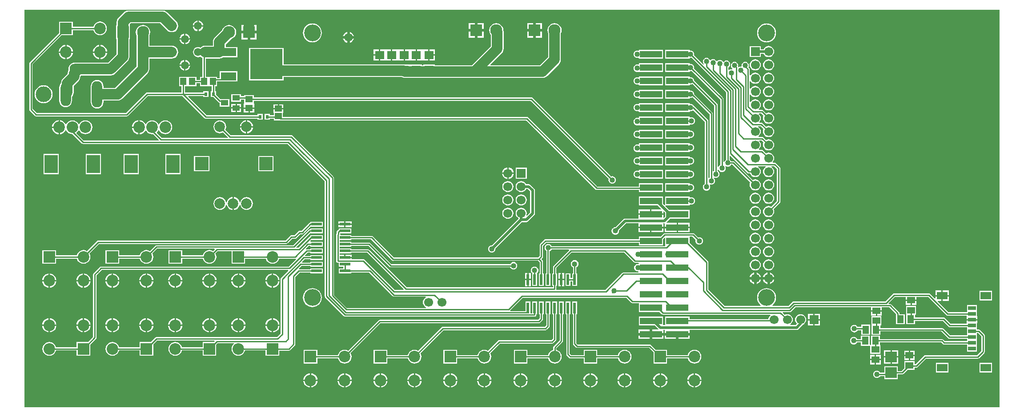
<source format=gbl>
G04*
G04 #@! TF.GenerationSoftware,Altium Limited,Altium Designer,19.1.8 (144)*
G04*
G04 Layer_Physical_Order=2*
G04 Layer_Color=16711680*
%FSLAX25Y25*%
%MOIN*%
G70*
G01*
G75*
%ADD10C,0.01000*%
%ADD37R,0.05118X0.05906*%
%ADD38R,0.05906X0.05118*%
%ADD39C,0.07874*%
%ADD40C,0.00906*%
%ADD41C,0.01968*%
%ADD42C,0.06693*%
%ADD43R,0.06693X0.06693*%
%ADD44C,0.08661*%
%ADD45R,0.08661X0.08661*%
%ADD46R,0.06693X0.06693*%
%ADD47C,0.09055*%
%ADD48R,0.09055X0.09055*%
%ADD49R,0.09843X0.13780*%
%ADD50R,0.09843X0.09843*%
%ADD51C,0.07874*%
%ADD52C,0.11811*%
%ADD53O,0.17717X0.07874*%
%ADD54O,0.07874X0.17717*%
%ADD55O,0.07874X0.19685*%
%ADD56C,0.05906*%
%ADD57R,0.06299X0.06299*%
%ADD58C,0.06299*%
%ADD59C,0.12598*%
%ADD60C,0.04000*%
%ADD61C,0.15748*%
%ADD62C,0.05000*%
%ADD63C,0.86614*%
%ADD64R,0.24410X0.22835*%
%ADD65R,0.11811X0.06299*%
%ADD66R,0.02362X0.02756*%
%ADD67R,0.05315X0.04528*%
%ADD68R,0.05709X0.04724*%
%ADD69R,0.05512X0.03937*%
%ADD70R,0.04724X0.05709*%
%ADD71R,0.02362X0.07874*%
%ADD72R,0.07874X0.05709*%
%ADD73R,0.05906X0.03150*%
%ADD74R,0.16693X0.05000*%
%ADD75R,0.07874X0.02362*%
%ADD76R,0.07087X0.06299*%
%ADD77R,0.08661X0.07874*%
%ADD78C,0.06299*%
G36*
X733622Y-300551D02*
X2598D01*
Y-2598D01*
X733622D01*
Y-300551D01*
D02*
G37*
%LPC*%
G36*
X133303Y-10815D02*
Y-14236D01*
X136724D01*
X136654Y-13704D01*
X136256Y-12743D01*
X135622Y-11917D01*
X134797Y-11284D01*
X133835Y-10885D01*
X133303Y-10815D01*
D02*
G37*
G36*
X132303Y-10815D02*
X131771Y-10885D01*
X130810Y-11284D01*
X129984Y-11917D01*
X129350Y-12743D01*
X128952Y-13704D01*
X128882Y-14236D01*
X132303D01*
Y-10815D01*
D02*
G37*
G36*
X59295Y-11479D02*
X57959Y-11655D01*
X56714Y-12171D01*
X55645Y-12991D01*
X54825Y-14061D01*
X54309Y-15306D01*
X54306Y-15329D01*
X38823D01*
Y-11524D01*
X28587D01*
Y-19904D01*
X6572Y-41918D01*
X6287Y-42344D01*
X6187Y-42846D01*
Y-77500D01*
X6287Y-78002D01*
X6572Y-78428D01*
X10359Y-82216D01*
X10785Y-82500D01*
X11287Y-82600D01*
X79213D01*
X79715Y-82500D01*
X80141Y-82216D01*
X95044Y-67313D01*
X121151D01*
X137767Y-83928D01*
X138193Y-84213D01*
X138695Y-84313D01*
X177276D01*
Y-85165D01*
X181213D01*
Y-80835D01*
X177276D01*
Y-81687D01*
X139239D01*
X125326Y-67775D01*
X125517Y-67313D01*
X136776D01*
Y-68165D01*
X140713D01*
Y-63835D01*
X136776D01*
Y-64687D01*
X122966D01*
Y-60142D01*
X124697D01*
X124803Y-60142D01*
X125197D01*
X125303Y-60142D01*
X131496D01*
Y-57813D01*
X134158D01*
Y-60142D01*
X140350D01*
X140457Y-60142D01*
X140850D01*
X140957Y-60142D01*
X142943D01*
Y-63835D01*
X142287D01*
Y-68165D01*
X144368D01*
X148162Y-71960D01*
X148588Y-72244D01*
X149091Y-72344D01*
X149126D01*
Y-75256D01*
X156213D01*
Y-69744D01*
X151328D01*
X151201Y-69719D01*
X149634D01*
X146224Y-66309D01*
Y-63835D01*
X145569D01*
Y-60142D01*
X147150D01*
Y-56478D01*
X153004D01*
X153131Y-56453D01*
X162346D01*
Y-48579D01*
X148961D01*
Y-53853D01*
X147150D01*
Y-52858D01*
X140957D01*
X140850Y-52858D01*
X140457D01*
X140350Y-52858D01*
X138620D01*
Y-39186D01*
X148742D01*
X149975Y-39024D01*
X151124Y-38548D01*
X151290Y-38421D01*
X162346D01*
Y-30547D01*
X153507D01*
Y-28732D01*
X157683Y-24556D01*
X158680Y-24143D01*
X159791Y-23291D01*
X160643Y-22181D01*
X161178Y-20888D01*
X161361Y-19500D01*
X161178Y-18113D01*
X160643Y-16820D01*
X159791Y-15709D01*
X158680Y-14857D01*
X157387Y-14322D01*
X156000Y-14139D01*
X154613Y-14322D01*
X153320Y-14857D01*
X152209Y-15709D01*
X151357Y-16820D01*
X150944Y-17817D01*
X145372Y-23389D01*
X144615Y-24376D01*
X144139Y-25525D01*
X143977Y-26758D01*
Y-29656D01*
X138000D01*
X136767Y-29818D01*
X135617Y-30294D01*
X134631Y-31052D01*
X134585Y-31111D01*
X133780Y-30777D01*
X132803Y-30649D01*
X131827Y-30777D01*
X130917Y-31154D01*
X130136Y-31754D01*
X129536Y-32535D01*
X129159Y-33445D01*
X129031Y-34421D01*
X129159Y-35398D01*
X129536Y-36307D01*
X130136Y-37089D01*
X130917Y-37688D01*
X131827Y-38065D01*
X132803Y-38194D01*
X133780Y-38065D01*
X134585Y-37732D01*
X134631Y-37791D01*
X135617Y-38548D01*
X135995Y-38704D01*
Y-52858D01*
X134158D01*
Y-55187D01*
X131496D01*
Y-52858D01*
X125303D01*
X125197Y-52858D01*
X124803D01*
X124697Y-52858D01*
X118504D01*
Y-60142D01*
X120341D01*
Y-64687D01*
X94500D01*
X93998Y-64787D01*
X93572Y-65072D01*
X78669Y-79975D01*
X11831D01*
X8813Y-76956D01*
Y-43390D01*
X30443Y-21760D01*
X38823D01*
Y-17954D01*
X54306D01*
X54309Y-17978D01*
X54825Y-19223D01*
X55645Y-20292D01*
X56714Y-21112D01*
X57959Y-21628D01*
X59295Y-21804D01*
X60631Y-21628D01*
X61876Y-21112D01*
X62946Y-20292D01*
X63766Y-19223D01*
X64282Y-17978D01*
X64458Y-16642D01*
X64282Y-15306D01*
X63766Y-14061D01*
X62946Y-12991D01*
X61876Y-12171D01*
X60631Y-11655D01*
X59295Y-11479D01*
D02*
G37*
G36*
X390547Y-12583D02*
X386020D01*
Y-17110D01*
X390547D01*
Y-12583D01*
D02*
G37*
G36*
X384020D02*
X379492D01*
Y-17110D01*
X384020D01*
Y-12583D01*
D02*
G37*
G36*
X346866D02*
X342338D01*
Y-17110D01*
X346866D01*
Y-12583D01*
D02*
G37*
G36*
X340338D02*
X335811D01*
Y-17110D01*
X340338D01*
Y-12583D01*
D02*
G37*
G36*
X176528Y-13972D02*
X172000D01*
Y-18500D01*
X176528D01*
Y-13972D01*
D02*
G37*
G36*
X170000D02*
X165472D01*
Y-18500D01*
X170000D01*
Y-13972D01*
D02*
G37*
G36*
X132303Y-15236D02*
X128882D01*
X128952Y-15768D01*
X129350Y-16730D01*
X129984Y-17555D01*
X130810Y-18189D01*
X131771Y-18587D01*
X132303Y-18657D01*
Y-15236D01*
D02*
G37*
G36*
X136724D02*
X133303D01*
Y-18657D01*
X133835Y-18587D01*
X134797Y-18189D01*
X135622Y-17555D01*
X136256Y-16730D01*
X136654Y-15768D01*
X136724Y-15236D01*
D02*
G37*
G36*
X106382Y-3235D02*
X80500D01*
X79267Y-3397D01*
X78117Y-3873D01*
X77131Y-4631D01*
X73131Y-8630D01*
X72373Y-9617D01*
X71897Y-10767D01*
X71735Y-12000D01*
Y-14185D01*
X71185D01*
Y-24815D01*
X71735D01*
Y-36026D01*
X65424Y-42337D01*
X40390D01*
X39156Y-42500D01*
X38007Y-42976D01*
X37020Y-43733D01*
X36263Y-44720D01*
X35787Y-45869D01*
X35625Y-47102D01*
X35733Y-47929D01*
X35271Y-49044D01*
X35109Y-50278D01*
Y-50566D01*
X31446Y-54229D01*
X30689Y-55216D01*
X30213Y-56365D01*
X30050Y-57598D01*
Y-57814D01*
X29373Y-58696D01*
X28897Y-59845D01*
X28735Y-61079D01*
Y-70921D01*
X28897Y-72155D01*
X29373Y-73304D01*
X30130Y-74291D01*
X31117Y-75048D01*
X32267Y-75524D01*
X33500Y-75686D01*
X34733Y-75524D01*
X35883Y-75048D01*
X36869Y-74291D01*
X37627Y-73304D01*
X38103Y-72155D01*
X38265Y-70921D01*
Y-67949D01*
X38942Y-67067D01*
X39418Y-65918D01*
X39581Y-64685D01*
Y-59572D01*
X43244Y-55909D01*
X44001Y-54922D01*
X44477Y-53773D01*
X44639Y-52539D01*
Y-52252D01*
X45023Y-51868D01*
X67398D01*
X68631Y-51705D01*
X69780Y-51229D01*
X70767Y-50472D01*
X79869Y-41370D01*
X80627Y-40383D01*
X81103Y-39233D01*
X81265Y-38000D01*
Y-24815D01*
X81815D01*
Y-14185D01*
X81761D01*
X81554Y-13685D01*
X82474Y-12765D01*
X104408D01*
X109749Y-18106D01*
X110736Y-18863D01*
X111885Y-19339D01*
X113118Y-19501D01*
X114351Y-19339D01*
X115501Y-18863D01*
X116488Y-18106D01*
X117245Y-17119D01*
X117721Y-15970D01*
X117883Y-14736D01*
X117721Y-13503D01*
X117245Y-12354D01*
X116488Y-11367D01*
X109751Y-4631D01*
X108765Y-3873D01*
X107615Y-3397D01*
X106382Y-3235D01*
D02*
G37*
G36*
X246500Y-19305D02*
Y-22359D01*
X249554D01*
X249543Y-22275D01*
X249125Y-21266D01*
X248460Y-20399D01*
X247593Y-19734D01*
X246583Y-19316D01*
X246500Y-19305D01*
D02*
G37*
G36*
X244500D02*
X244417Y-19316D01*
X243407Y-19734D01*
X242541Y-20399D01*
X241875Y-21266D01*
X241457Y-22275D01*
X241446Y-22359D01*
X244500D01*
Y-19305D01*
D02*
G37*
G36*
X390547Y-19110D02*
X386020D01*
Y-23638D01*
X390547D01*
Y-19110D01*
D02*
G37*
G36*
X384020D02*
X379492D01*
Y-23638D01*
X384020D01*
Y-19110D01*
D02*
G37*
G36*
X346866D02*
X342338D01*
Y-23638D01*
X346866D01*
Y-19110D01*
D02*
G37*
G36*
X340338D02*
X335811D01*
Y-23638D01*
X340338D01*
Y-19110D01*
D02*
G37*
G36*
X123460Y-20658D02*
Y-24079D01*
X126882D01*
X126812Y-23547D01*
X126413Y-22585D01*
X125780Y-21759D01*
X124954Y-21126D01*
X123992Y-20728D01*
X123460Y-20658D01*
D02*
G37*
G36*
X122460Y-20658D02*
X121929Y-20728D01*
X120967Y-21126D01*
X120141Y-21759D01*
X119508Y-22585D01*
X119109Y-23547D01*
X119039Y-24079D01*
X122460D01*
Y-20658D01*
D02*
G37*
G36*
X176528Y-20500D02*
X172000D01*
Y-25028D01*
X176528D01*
Y-20500D01*
D02*
G37*
G36*
X170000D02*
X165472D01*
Y-25028D01*
X170000D01*
Y-20500D01*
D02*
G37*
G36*
X559000Y-12871D02*
X557611Y-13008D01*
X556275Y-13413D01*
X555044Y-14071D01*
X553965Y-14957D01*
X553079Y-16036D01*
X552421Y-17267D01*
X552016Y-18603D01*
X551879Y-19992D01*
X552016Y-21381D01*
X552421Y-22717D01*
X553079Y-23948D01*
X553965Y-25027D01*
X555044Y-25913D01*
X556275Y-26571D01*
X557611Y-26976D01*
X559000Y-27113D01*
X560389Y-26976D01*
X561725Y-26571D01*
X562956Y-25913D01*
X564035Y-25027D01*
X564921Y-23948D01*
X565579Y-22717D01*
X565984Y-21381D01*
X566121Y-19992D01*
X565984Y-18603D01*
X565579Y-17267D01*
X564921Y-16036D01*
X564035Y-14957D01*
X562956Y-14071D01*
X561725Y-13413D01*
X560389Y-13008D01*
X559000Y-12871D01*
D02*
G37*
G36*
X218500D02*
X217111Y-13008D01*
X215775Y-13413D01*
X214544Y-14071D01*
X213465Y-14957D01*
X212579Y-16036D01*
X211921Y-17267D01*
X211516Y-18603D01*
X211379Y-19992D01*
X211516Y-21381D01*
X211921Y-22717D01*
X212579Y-23948D01*
X213465Y-25027D01*
X214544Y-25913D01*
X215775Y-26571D01*
X217111Y-26976D01*
X218500Y-27113D01*
X219889Y-26976D01*
X221225Y-26571D01*
X222456Y-25913D01*
X223535Y-25027D01*
X224421Y-23948D01*
X225079Y-22717D01*
X225484Y-21381D01*
X225621Y-19992D01*
X225484Y-18603D01*
X225079Y-17267D01*
X224421Y-16036D01*
X223535Y-14957D01*
X222456Y-14071D01*
X221225Y-13413D01*
X219889Y-13008D01*
X218500Y-12871D01*
D02*
G37*
G36*
X249554Y-24359D02*
X246500D01*
Y-27413D01*
X246583Y-27402D01*
X247593Y-26983D01*
X248460Y-26318D01*
X249125Y-25451D01*
X249543Y-24442D01*
X249554Y-24359D01*
D02*
G37*
G36*
X244500D02*
X241446D01*
X241457Y-24442D01*
X241875Y-25451D01*
X242541Y-26318D01*
X243407Y-26983D01*
X244417Y-27402D01*
X244500Y-27413D01*
Y-24359D01*
D02*
G37*
G36*
X122460Y-25079D02*
X119039D01*
X119109Y-25611D01*
X119508Y-26572D01*
X120141Y-27398D01*
X120967Y-28031D01*
X121929Y-28430D01*
X122460Y-28500D01*
Y-25079D01*
D02*
G37*
G36*
X126882D02*
X123460D01*
Y-28500D01*
X123992Y-28430D01*
X124954Y-28031D01*
X125780Y-27398D01*
X126413Y-26572D01*
X126812Y-25611D01*
X126882Y-25079D01*
D02*
G37*
G36*
X560500Y-29823D02*
X559421Y-29965D01*
X558415Y-30381D01*
X557552Y-31044D01*
X556889Y-31907D01*
X556774Y-32186D01*
X554634D01*
Y-29858D01*
X546366D01*
Y-38126D01*
X554634D01*
Y-35798D01*
X556774D01*
X556889Y-36077D01*
X557552Y-36940D01*
X558415Y-37603D01*
X559421Y-38020D01*
X560500Y-38162D01*
X561579Y-38020D01*
X562585Y-37603D01*
X563448Y-36940D01*
X564111Y-36077D01*
X564528Y-35071D01*
X564670Y-33992D01*
X564528Y-32913D01*
X564111Y-31907D01*
X563448Y-31044D01*
X562585Y-30381D01*
X561579Y-29965D01*
X560500Y-29823D01*
D02*
G37*
G36*
X301362Y-32465D02*
X301000D01*
X300862Y-32465D01*
X296957D01*
Y-36614D01*
Y-40764D01*
X300862D01*
X301000Y-40764D01*
X301362D01*
X301500Y-40764D01*
X305405D01*
Y-36614D01*
Y-32465D01*
X301500D01*
X301362Y-32465D01*
D02*
G37*
G36*
X481437Y-32658D02*
X463169D01*
Y-33017D01*
X462851Y-33230D01*
X462669Y-33277D01*
X462000Y-33189D01*
X461272Y-33284D01*
X460594Y-33565D01*
X460012Y-34012D01*
X459565Y-34594D01*
X459284Y-35272D01*
X459189Y-36000D01*
X459284Y-36728D01*
X459565Y-37406D01*
X460012Y-37988D01*
X460594Y-38435D01*
X461272Y-38716D01*
X462000Y-38811D01*
X462669Y-38723D01*
X462851Y-38770D01*
X463169Y-38983D01*
Y-39232D01*
X481437D01*
Y-32658D01*
D02*
G37*
G36*
X59796Y-29047D02*
Y-33858D01*
X64607D01*
X64489Y-32967D01*
X63952Y-31670D01*
X63098Y-30556D01*
X61984Y-29702D01*
X60687Y-29165D01*
X59796Y-29047D01*
D02*
G37*
G36*
X58796D02*
X57904Y-29165D01*
X56607Y-29702D01*
X55494Y-30556D01*
X54639Y-31670D01*
X54102Y-32967D01*
X53985Y-33858D01*
X58796D01*
Y-29047D01*
D02*
G37*
G36*
X34204D02*
Y-33858D01*
X39015D01*
X38898Y-32967D01*
X38361Y-31670D01*
X37506Y-30556D01*
X36393Y-29702D01*
X35096Y-29165D01*
X34204Y-29047D01*
D02*
G37*
G36*
X33204D02*
X32313Y-29165D01*
X31016Y-29702D01*
X29902Y-30556D01*
X29048Y-31670D01*
X28511Y-32967D01*
X28394Y-33858D01*
X33204D01*
Y-29047D01*
D02*
G37*
G36*
X306405Y-32465D02*
Y-36114D01*
X310449D01*
Y-32465D01*
X306405D01*
D02*
G37*
G36*
X268398D02*
X264354D01*
Y-36114D01*
X268398D01*
Y-32465D01*
D02*
G37*
G36*
X64607Y-34858D02*
X59796D01*
Y-39669D01*
X60687Y-39552D01*
X61984Y-39015D01*
X63098Y-38160D01*
X63952Y-37047D01*
X64489Y-35750D01*
X64607Y-34858D01*
D02*
G37*
G36*
X58796D02*
X53985D01*
X54102Y-35750D01*
X54639Y-37047D01*
X55494Y-38160D01*
X56607Y-39015D01*
X57904Y-39552D01*
X58796Y-39669D01*
Y-34858D01*
D02*
G37*
G36*
X39015D02*
X34204D01*
Y-39669D01*
X35096Y-39552D01*
X36393Y-39015D01*
X37506Y-38160D01*
X38361Y-37047D01*
X38898Y-35750D01*
X39015Y-34858D01*
D02*
G37*
G36*
X33204D02*
X28394D01*
X28511Y-35750D01*
X29048Y-37047D01*
X29902Y-38160D01*
X31016Y-39015D01*
X32313Y-39552D01*
X33204Y-39669D01*
Y-34858D01*
D02*
G37*
G36*
X310449Y-37114D02*
X306405D01*
Y-40764D01*
X310449D01*
Y-37114D01*
D02*
G37*
G36*
X282858Y-32465D02*
X282496D01*
X282358Y-32465D01*
X278453D01*
Y-36614D01*
Y-40764D01*
X282358D01*
X282496Y-40764D01*
X282858D01*
X282996Y-40764D01*
X286901D01*
Y-36614D01*
Y-32465D01*
X282996D01*
X282858Y-32465D01*
D02*
G37*
G36*
X268398Y-37114D02*
X264354D01*
Y-40764D01*
X268398D01*
Y-37114D01*
D02*
G37*
G36*
X287901Y-32465D02*
Y-36614D01*
Y-40764D01*
X295957D01*
Y-36614D01*
Y-32465D01*
X287901D01*
D02*
G37*
G36*
X277453D02*
X269398D01*
Y-36614D01*
Y-40764D01*
X277453D01*
Y-36614D01*
Y-32465D01*
D02*
G37*
G36*
X123461Y-40343D02*
Y-43764D01*
X126882D01*
X126812Y-43232D01*
X126413Y-42270D01*
X125780Y-41445D01*
X124954Y-40811D01*
X123992Y-40413D01*
X123461Y-40343D01*
D02*
G37*
G36*
X122461D02*
X121929Y-40413D01*
X120967Y-40811D01*
X120141Y-41445D01*
X119508Y-42270D01*
X119109Y-43232D01*
X119039Y-43764D01*
X122461D01*
Y-40343D01*
D02*
G37*
G36*
X481437Y-42658D02*
X463169D01*
Y-43517D01*
X462851Y-43730D01*
X462669Y-43777D01*
X462000Y-43688D01*
X461272Y-43784D01*
X460594Y-44065D01*
X460012Y-44512D01*
X459565Y-45094D01*
X459284Y-45772D01*
X459189Y-46500D01*
X459284Y-47228D01*
X459565Y-47906D01*
X460012Y-48488D01*
X460594Y-48935D01*
X461272Y-49216D01*
X462000Y-49312D01*
X462669Y-49223D01*
X463169Y-49232D01*
X463169Y-49232D01*
X463169Y-49232D01*
X481437D01*
Y-42658D01*
D02*
G37*
G36*
X400020Y-12750D02*
X398632Y-12932D01*
X397339Y-13468D01*
X396229Y-14320D01*
X395377Y-15430D01*
X394842Y-16723D01*
X394659Y-18110D01*
X394842Y-19498D01*
X395254Y-20495D01*
Y-38164D01*
X389168Y-44251D01*
X352118D01*
X351927Y-43789D01*
X360456Y-35259D01*
X361213Y-34272D01*
X361689Y-33123D01*
X361852Y-31890D01*
Y-18858D01*
X361852Y-18858D01*
X361852Y-18858D01*
X361768Y-18219D01*
X361689Y-17625D01*
X361689Y-17625D01*
X361689Y-17624D01*
X361610Y-17433D01*
X361517Y-16723D01*
X360981Y-15430D01*
X360129Y-14320D01*
X359019Y-13468D01*
X357726Y-12932D01*
X356339Y-12750D01*
X354951Y-12932D01*
X353658Y-13468D01*
X352548Y-14320D01*
X351696Y-15430D01*
X351160Y-16723D01*
X350978Y-18110D01*
X351160Y-19498D01*
X351696Y-20791D01*
X352322Y-21606D01*
Y-29916D01*
X337987Y-44251D01*
X310236D01*
Y-43701D01*
X306092D01*
X305762Y-43669D01*
X305576Y-43701D01*
X301575D01*
Y-44251D01*
X300787D01*
Y-43701D01*
X296715D01*
X296457Y-43667D01*
X296199Y-43701D01*
X292126D01*
Y-43701D01*
X291732D01*
Y-43701D01*
X287495D01*
X286681Y-43593D01*
X196992D01*
Y-31295D01*
X171008D01*
Y-55705D01*
X196992D01*
Y-53124D01*
X285713D01*
X285937Y-53241D01*
X286426Y-53419D01*
X286907Y-53619D01*
X287009Y-53632D01*
X287106Y-53667D01*
X287625Y-53713D01*
X288141Y-53781D01*
X391142D01*
X392375Y-53619D01*
X393524Y-53142D01*
X394511Y-52385D01*
X403389Y-43507D01*
X404146Y-42520D01*
X404623Y-41371D01*
X404785Y-40138D01*
Y-20495D01*
X405198Y-19498D01*
X405380Y-18110D01*
X405198Y-16723D01*
X404662Y-15430D01*
X403810Y-14320D01*
X402700Y-13468D01*
X401407Y-12932D01*
X400020Y-12750D01*
D02*
G37*
G36*
X560500Y-39823D02*
X559421Y-39965D01*
X558415Y-40381D01*
X557552Y-41044D01*
X556889Y-41907D01*
X556472Y-42913D01*
X556330Y-43992D01*
X556472Y-45071D01*
X556889Y-46077D01*
X557552Y-46940D01*
X558415Y-47603D01*
X559421Y-48020D01*
X560500Y-48162D01*
X561579Y-48020D01*
X562585Y-47603D01*
X563448Y-46940D01*
X564111Y-46077D01*
X564528Y-45071D01*
X564670Y-43992D01*
X564528Y-42913D01*
X564111Y-41907D01*
X563448Y-41044D01*
X562585Y-40381D01*
X561579Y-39965D01*
X560500Y-39823D01*
D02*
G37*
G36*
X550500D02*
X549421Y-39965D01*
X548415Y-40381D01*
X547552Y-41044D01*
X546889Y-41907D01*
X546473Y-42913D01*
X546330Y-43992D01*
X546473Y-45071D01*
X546889Y-46077D01*
X547552Y-46940D01*
X548415Y-47603D01*
X549421Y-48020D01*
X550500Y-48162D01*
X551579Y-48020D01*
X552585Y-47603D01*
X553448Y-46940D01*
X554111Y-46077D01*
X554528Y-45071D01*
X554670Y-43992D01*
X554528Y-42913D01*
X554111Y-41907D01*
X553448Y-41044D01*
X552585Y-40381D01*
X551579Y-39965D01*
X550500Y-39823D01*
D02*
G37*
G36*
X126882Y-44764D02*
X123461D01*
Y-48185D01*
X123992Y-48115D01*
X124954Y-47716D01*
X125780Y-47083D01*
X126413Y-46257D01*
X126812Y-45296D01*
X126882Y-44764D01*
D02*
G37*
G36*
X122461D02*
X119039D01*
X119109Y-45296D01*
X119508Y-46257D01*
X120141Y-47083D01*
X120967Y-47716D01*
X121929Y-48115D01*
X122461Y-48185D01*
Y-44764D01*
D02*
G37*
G36*
X481437Y-52658D02*
X463169D01*
Y-53017D01*
X462851Y-53230D01*
X462669Y-53277D01*
X462000Y-53189D01*
X461272Y-53284D01*
X460594Y-53565D01*
X460012Y-54012D01*
X459565Y-54594D01*
X459284Y-55272D01*
X459189Y-56000D01*
X459284Y-56728D01*
X459565Y-57406D01*
X460012Y-57988D01*
X460594Y-58435D01*
X461272Y-58716D01*
X462000Y-58811D01*
X462669Y-58723D01*
X462851Y-58770D01*
X463169Y-58983D01*
Y-59232D01*
X481437D01*
Y-52658D01*
D02*
G37*
G36*
X560500Y-49823D02*
X559421Y-49965D01*
X558415Y-50381D01*
X557552Y-51044D01*
X556889Y-51907D01*
X556472Y-52913D01*
X556330Y-53992D01*
X556472Y-55071D01*
X556889Y-56077D01*
X557552Y-56940D01*
X558415Y-57603D01*
X559421Y-58020D01*
X560500Y-58162D01*
X561579Y-58020D01*
X562585Y-57603D01*
X563448Y-56940D01*
X564111Y-56077D01*
X564528Y-55071D01*
X564670Y-53992D01*
X564528Y-52913D01*
X564111Y-51907D01*
X563448Y-51044D01*
X562585Y-50381D01*
X561579Y-49965D01*
X560500Y-49823D01*
D02*
G37*
G36*
X91500Y-14139D02*
X90113Y-14322D01*
X88819Y-14857D01*
X87709Y-15709D01*
X86857Y-16820D01*
X86322Y-18113D01*
X86139Y-19500D01*
X86322Y-20888D01*
X86735Y-21885D01*
Y-34629D01*
Y-45026D01*
X70526Y-61235D01*
X61887D01*
Y-60094D01*
X61725Y-58861D01*
X61249Y-57712D01*
X60492Y-56725D01*
X59505Y-55968D01*
X58355Y-55492D01*
X57122Y-55329D01*
X55889Y-55492D01*
X54740Y-55968D01*
X53753Y-56725D01*
X52995Y-57712D01*
X52519Y-58861D01*
X52357Y-60094D01*
Y-71905D01*
X52519Y-73139D01*
X52995Y-74288D01*
X53753Y-75275D01*
X54740Y-76032D01*
X55889Y-76508D01*
X57122Y-76671D01*
X58355Y-76508D01*
X59505Y-76032D01*
X60492Y-75275D01*
X61249Y-74288D01*
X61725Y-73139D01*
X61887Y-71905D01*
Y-70765D01*
X72500D01*
X73733Y-70603D01*
X74883Y-70127D01*
X75870Y-69370D01*
X94870Y-50370D01*
X95627Y-49383D01*
X96103Y-48233D01*
X96265Y-47000D01*
Y-39186D01*
X113118D01*
X114351Y-39024D01*
X115501Y-38548D01*
X116488Y-37791D01*
X117245Y-36804D01*
X117721Y-35655D01*
X117883Y-34421D01*
X117721Y-33188D01*
X117245Y-32039D01*
X116488Y-31052D01*
X115501Y-30294D01*
X114351Y-29818D01*
X113118Y-29656D01*
X96265D01*
Y-21884D01*
X96678Y-20888D01*
X96861Y-19500D01*
X96678Y-18113D01*
X96143Y-16820D01*
X95291Y-15709D01*
X94180Y-14857D01*
X92887Y-14322D01*
X91500Y-14139D01*
D02*
G37*
G36*
X481437Y-62657D02*
X463169D01*
Y-63017D01*
X462851Y-63230D01*
X462669Y-63277D01*
X462000Y-63188D01*
X461272Y-63284D01*
X460594Y-63565D01*
X460012Y-64012D01*
X459565Y-64594D01*
X459284Y-65272D01*
X459189Y-66000D01*
X459284Y-66728D01*
X459565Y-67406D01*
X460012Y-67988D01*
X460594Y-68435D01*
X461272Y-68716D01*
X462000Y-68812D01*
X462669Y-68723D01*
X462851Y-68770D01*
X463169Y-68983D01*
Y-69232D01*
X481437D01*
Y-62657D01*
D02*
G37*
G36*
X560500Y-59823D02*
X559421Y-59965D01*
X558415Y-60381D01*
X557552Y-61044D01*
X556889Y-61907D01*
X556472Y-62913D01*
X556330Y-63992D01*
X556472Y-65071D01*
X556889Y-66077D01*
X557552Y-66940D01*
X558415Y-67603D01*
X559421Y-68020D01*
X560500Y-68162D01*
X561579Y-68020D01*
X562585Y-67603D01*
X563448Y-66940D01*
X564111Y-66077D01*
X564528Y-65071D01*
X564670Y-63992D01*
X564528Y-62913D01*
X564111Y-61907D01*
X563448Y-61044D01*
X562585Y-60381D01*
X561579Y-59965D01*
X560500Y-59823D01*
D02*
G37*
G36*
X16965Y-59275D02*
X15653Y-59404D01*
X14391Y-59787D01*
X13228Y-60408D01*
X12209Y-61244D01*
X11373Y-62264D01*
X10751Y-63426D01*
X10368Y-64688D01*
X10239Y-66000D01*
X10368Y-67312D01*
X10751Y-68574D01*
X11373Y-69736D01*
X12209Y-70755D01*
X13228Y-71592D01*
X14391Y-72213D01*
X15653Y-72596D01*
X16965Y-72725D01*
X18277Y-72596D01*
X19538Y-72213D01*
X20701Y-71592D01*
X21720Y-70755D01*
X22557Y-69736D01*
X23178Y-68574D01*
X23561Y-67312D01*
X23690Y-66000D01*
X23561Y-64688D01*
X23178Y-63426D01*
X22557Y-62264D01*
X21720Y-61244D01*
X20701Y-60408D01*
X19538Y-59787D01*
X18277Y-59404D01*
X16965Y-59275D01*
D02*
G37*
G36*
X481437Y-72658D02*
X463169D01*
Y-73017D01*
X462851Y-73230D01*
X462669Y-73277D01*
X462000Y-73189D01*
X461272Y-73284D01*
X460594Y-73565D01*
X460012Y-74012D01*
X459565Y-74594D01*
X459284Y-75272D01*
X459189Y-76000D01*
X459284Y-76728D01*
X459565Y-77406D01*
X460012Y-77988D01*
X460594Y-78435D01*
X461272Y-78716D01*
X462000Y-78812D01*
X462669Y-78723D01*
X462851Y-78770D01*
X463169Y-78983D01*
Y-79232D01*
X481437D01*
Y-72658D01*
D02*
G37*
G36*
X165087Y-73272D02*
X161831D01*
Y-75740D01*
X165087D01*
Y-73272D01*
D02*
G37*
G36*
X160831D02*
X157575D01*
Y-75740D01*
X160831D01*
Y-73272D01*
D02*
G37*
G36*
X196658Y-73528D02*
X193500D01*
Y-76291D01*
X196658D01*
Y-73528D01*
D02*
G37*
G36*
X192500D02*
X189342D01*
Y-76291D01*
X192500D01*
Y-73528D01*
D02*
G37*
G36*
X560500Y-69823D02*
X559421Y-69965D01*
X558415Y-70381D01*
X557552Y-71044D01*
X556889Y-71907D01*
X556472Y-72913D01*
X556330Y-73992D01*
X556472Y-75071D01*
X556889Y-76077D01*
X557552Y-76940D01*
X558415Y-77603D01*
X559421Y-78020D01*
X560500Y-78162D01*
X561579Y-78020D01*
X562585Y-77603D01*
X563448Y-76940D01*
X564111Y-76077D01*
X564528Y-75071D01*
X564670Y-73992D01*
X564528Y-72913D01*
X564111Y-71907D01*
X563448Y-71044D01*
X562585Y-70381D01*
X561579Y-69965D01*
X560500Y-69823D01*
D02*
G37*
G36*
X165087Y-76740D02*
X161831D01*
Y-79209D01*
X165087D01*
Y-76740D01*
D02*
G37*
G36*
X160831D02*
X157575D01*
Y-79209D01*
X160831D01*
Y-76740D01*
D02*
G37*
G36*
X174854Y-76846D02*
X171500D01*
Y-79709D01*
X174854D01*
Y-76846D01*
D02*
G37*
G36*
X170500D02*
X167146D01*
Y-79709D01*
X170500D01*
Y-76846D01*
D02*
G37*
G36*
X196658Y-77291D02*
X193000D01*
X189342D01*
Y-80055D01*
X189555D01*
Y-81687D01*
X186724D01*
Y-80835D01*
X182787D01*
Y-85165D01*
X186724D01*
Y-84313D01*
X189555D01*
Y-85551D01*
X194637D01*
X194764Y-85576D01*
X378720D01*
X430572Y-137428D01*
X430998Y-137713D01*
X431500Y-137813D01*
X463169D01*
Y-139232D01*
X481437D01*
Y-132658D01*
X463169D01*
Y-135187D01*
X432044D01*
X380192Y-83336D01*
X379766Y-83051D01*
X379264Y-82951D01*
X196445D01*
Y-80055D01*
X196658D01*
Y-77291D01*
D02*
G37*
G36*
X481437Y-82657D02*
X463169D01*
Y-83517D01*
X462851Y-83730D01*
X462669Y-83777D01*
X462000Y-83688D01*
X461272Y-83784D01*
X460594Y-84065D01*
X460012Y-84512D01*
X459565Y-85094D01*
X459284Y-85772D01*
X459189Y-86500D01*
X459284Y-87228D01*
X459565Y-87906D01*
X460012Y-88488D01*
X460594Y-88935D01*
X461272Y-89216D01*
X462000Y-89311D01*
X462669Y-89223D01*
X463169Y-89232D01*
X463169Y-89232D01*
X463169Y-89232D01*
X481437D01*
Y-82657D01*
D02*
G37*
G36*
X501161D02*
X482894D01*
Y-89232D01*
X501161D01*
Y-88913D01*
X501577Y-88635D01*
X501772Y-88716D01*
X502500Y-88811D01*
X503228Y-88716D01*
X503906Y-88435D01*
X504488Y-87988D01*
X504935Y-87406D01*
X505216Y-86728D01*
X505311Y-86000D01*
X505216Y-85272D01*
X504935Y-84594D01*
X504488Y-84012D01*
X503906Y-83565D01*
X503228Y-83284D01*
X502500Y-83188D01*
X501772Y-83284D01*
X501577Y-83365D01*
X501161Y-83087D01*
Y-82657D01*
D02*
G37*
G36*
X169638Y-85492D02*
Y-89906D01*
X174051D01*
X173948Y-89117D01*
X173450Y-87916D01*
X172659Y-86884D01*
X171627Y-86093D01*
X170426Y-85596D01*
X169638Y-85492D01*
D02*
G37*
G36*
X168638D02*
X167849Y-85596D01*
X166648Y-86093D01*
X165617Y-86884D01*
X164825Y-87916D01*
X164328Y-89117D01*
X164224Y-89906D01*
X168638D01*
Y-85492D01*
D02*
G37*
G36*
X88008Y-85429D02*
X87116Y-85547D01*
X85820Y-86084D01*
X84706Y-86938D01*
X83851Y-88052D01*
X83314Y-89349D01*
X83197Y-90240D01*
X88008D01*
Y-85429D01*
D02*
G37*
G36*
X28165D02*
X27274Y-85547D01*
X25977Y-86084D01*
X24863Y-86938D01*
X24009Y-88052D01*
X23472Y-89349D01*
X23354Y-90240D01*
X28165D01*
Y-85429D01*
D02*
G37*
G36*
X481437Y-92658D02*
X463169D01*
Y-93017D01*
X462851Y-93230D01*
X462669Y-93277D01*
X462000Y-93189D01*
X461272Y-93284D01*
X460594Y-93565D01*
X460012Y-94012D01*
X459565Y-94594D01*
X459284Y-95272D01*
X459189Y-96000D01*
X459284Y-96728D01*
X459565Y-97406D01*
X460012Y-97988D01*
X460594Y-98435D01*
X461272Y-98716D01*
X462000Y-98812D01*
X462669Y-98723D01*
X462851Y-98770D01*
X463169Y-98983D01*
Y-99232D01*
X481437D01*
Y-92658D01*
D02*
G37*
G36*
X174051Y-90905D02*
X169638D01*
Y-95319D01*
X170426Y-95215D01*
X171627Y-94718D01*
X172659Y-93927D01*
X173450Y-92895D01*
X173948Y-91694D01*
X174051Y-90905D01*
D02*
G37*
G36*
X168638D02*
X164224D01*
X164328Y-91694D01*
X164825Y-92895D01*
X165617Y-93927D01*
X166648Y-94718D01*
X167849Y-95215D01*
X168638Y-95319D01*
Y-90905D01*
D02*
G37*
G36*
X89008Y-85429D02*
Y-90740D01*
Y-96051D01*
X89899Y-95934D01*
X91196Y-95397D01*
X92310Y-94542D01*
X93164Y-93428D01*
X93294Y-93115D01*
X93794D01*
X93880Y-93321D01*
X94700Y-94390D01*
X95769Y-95211D01*
X97014Y-95727D01*
X98350Y-95902D01*
X99025Y-95814D01*
X103485Y-100274D01*
X103294Y-100736D01*
X47024D01*
X41589Y-95301D01*
X41622Y-94802D01*
X42158Y-94390D01*
X42979Y-93321D01*
X43179Y-92837D01*
X43679D01*
X43880Y-93321D01*
X44700Y-94390D01*
X45769Y-95211D01*
X47014Y-95727D01*
X48350Y-95902D01*
X49686Y-95727D01*
X50931Y-95211D01*
X52001Y-94390D01*
X52821Y-93321D01*
X53337Y-92076D01*
X53513Y-90740D01*
X53337Y-89404D01*
X52821Y-88159D01*
X52001Y-87090D01*
X50931Y-86269D01*
X49686Y-85754D01*
X48350Y-85578D01*
X47014Y-85754D01*
X45769Y-86269D01*
X44700Y-87090D01*
X43880Y-88159D01*
X43679Y-88643D01*
X43179D01*
X42979Y-88159D01*
X42158Y-87090D01*
X41089Y-86269D01*
X39844Y-85754D01*
X38508Y-85578D01*
X37172Y-85754D01*
X35927Y-86269D01*
X34858Y-87090D01*
X34037Y-88159D01*
X33952Y-88366D01*
X33452D01*
X33322Y-88052D01*
X32467Y-86938D01*
X31354Y-86084D01*
X30057Y-85547D01*
X29165Y-85429D01*
Y-90740D01*
Y-96051D01*
X30057Y-95934D01*
X31354Y-95397D01*
X32467Y-94542D01*
X33322Y-93428D01*
X33452Y-93115D01*
X33952D01*
X34037Y-93321D01*
X34858Y-94390D01*
X35927Y-95211D01*
X37172Y-95727D01*
X38508Y-95902D01*
X38602Y-95890D01*
X45606Y-102894D01*
X46016Y-103168D01*
X46500Y-103264D01*
X199901D01*
X227736Y-131099D01*
Y-217500D01*
X227832Y-217984D01*
X228106Y-218394D01*
X242102Y-232390D01*
X242512Y-232664D01*
X242996Y-232761D01*
X385138D01*
X385622Y-232664D01*
X386032Y-232390D01*
X386306Y-231980D01*
X386402Y-231496D01*
Y-230925D01*
X387106D01*
Y-221476D01*
X383169D01*
Y-230232D01*
X382106D01*
Y-221476D01*
X378169D01*
Y-228539D01*
X366957D01*
X366750Y-228039D01*
X376241Y-218548D01*
X401596D01*
X401670Y-218597D01*
X402154Y-218693D01*
X453913D01*
X457374Y-222154D01*
X457784Y-222428D01*
X457784Y-222428D01*
X458268Y-222524D01*
X462724D01*
X463169Y-222657D01*
Y-229232D01*
X478625D01*
X480287Y-230894D01*
X480697Y-231168D01*
X481181Y-231264D01*
X561796D01*
X561966Y-231764D01*
X561540Y-232091D01*
X560877Y-232955D01*
X560461Y-233960D01*
X560381Y-234562D01*
X501161D01*
Y-232658D01*
X482894D01*
Y-239139D01*
X481437D01*
Y-232658D01*
X463169D01*
Y-239232D01*
X475178D01*
X477890Y-241945D01*
X477683Y-242445D01*
X473303D01*
Y-244945D01*
X481649D01*
Y-242751D01*
X482681D01*
Y-244945D01*
X492028D01*
X501374D01*
Y-242751D01*
X581496D01*
X582187Y-242614D01*
X582773Y-242222D01*
X585923Y-239073D01*
X586064Y-238861D01*
X586573Y-238650D01*
X587436Y-237988D01*
X588099Y-237124D01*
X588516Y-236119D01*
X588658Y-235039D01*
X588516Y-233960D01*
X588099Y-232955D01*
X587436Y-232091D01*
X586573Y-231428D01*
X585567Y-231012D01*
X584488Y-230870D01*
X583409Y-231012D01*
X582403Y-231428D01*
X581540Y-232091D01*
X580877Y-232955D01*
X580461Y-233960D01*
X580319Y-235039D01*
X580461Y-236119D01*
X580877Y-237124D01*
X581540Y-237988D01*
X581562Y-238324D01*
X580748Y-239139D01*
X576700D01*
X576583Y-238688D01*
X576588Y-238638D01*
X577436Y-237988D01*
X578099Y-237124D01*
X578515Y-236119D01*
X578658Y-235039D01*
X578515Y-233960D01*
X578099Y-232955D01*
X577436Y-232091D01*
X576573Y-231428D01*
X575567Y-231012D01*
X574488Y-230870D01*
X573409Y-231012D01*
X572589Y-231352D01*
X571012Y-229775D01*
X571203Y-229313D01*
X576455D01*
X576958Y-229213D01*
X577383Y-228928D01*
X580499Y-225813D01*
X637386D01*
Y-227847D01*
X641338D01*
X645291D01*
Y-225813D01*
X650956D01*
X656077Y-230933D01*
Y-232193D01*
X656103Y-232320D01*
Y-238386D01*
X662795D01*
Y-230906D01*
X658703D01*
Y-230390D01*
X658603Y-229888D01*
X658318Y-229462D01*
X652428Y-223572D01*
X652002Y-223287D01*
X651500Y-223187D01*
X650535D01*
X650344Y-222726D01*
X655130Y-217939D01*
X663370D01*
Y-219972D01*
X667323D01*
X671276D01*
Y-217939D01*
X680140D01*
X693839Y-231637D01*
X694265Y-231921D01*
X694767Y-232021D01*
X708902D01*
X709039Y-232465D01*
X709039D01*
Y-234539D01*
X712992D01*
X716945D01*
Y-232465D01*
X716732D01*
Y-228740D01*
Y-224016D01*
X709252D01*
Y-229396D01*
X695310D01*
X687239Y-221324D01*
X687430Y-220862D01*
X690051D01*
Y-217508D01*
X685614D01*
Y-219046D01*
X685152Y-219238D01*
X681612Y-215698D01*
X681186Y-215413D01*
X680684Y-215313D01*
X654587D01*
X654084Y-215413D01*
X653658Y-215698D01*
X647956Y-221400D01*
X579215D01*
X578712Y-221500D01*
X578287Y-221784D01*
X575384Y-224687D01*
X563410D01*
X563231Y-224187D01*
X564035Y-223527D01*
X564921Y-222448D01*
X565579Y-221217D01*
X565984Y-219881D01*
X566121Y-218492D01*
X565984Y-217103D01*
X565579Y-215767D01*
X564921Y-214536D01*
X564035Y-213457D01*
X562956Y-212571D01*
X561725Y-211913D01*
X560389Y-211508D01*
X559000Y-211371D01*
X557611Y-211508D01*
X556275Y-211913D01*
X555044Y-212571D01*
X553965Y-213457D01*
X553079Y-214536D01*
X552421Y-215767D01*
X552016Y-217103D01*
X551879Y-218492D01*
X552016Y-219881D01*
X552421Y-221217D01*
X553079Y-222448D01*
X553965Y-223527D01*
X554769Y-224187D01*
X554590Y-224687D01*
X527544D01*
X515313Y-212456D01*
Y-192071D01*
X515213Y-191569D01*
X514928Y-191143D01*
X501161Y-177376D01*
Y-172813D01*
X503456D01*
X505823Y-175179D01*
X505784Y-175272D01*
X505689Y-176000D01*
X505784Y-176728D01*
X506065Y-177406D01*
X506512Y-177988D01*
X507094Y-178435D01*
X507772Y-178716D01*
X508500Y-178811D01*
X509228Y-178716D01*
X509906Y-178435D01*
X510488Y-177988D01*
X510935Y-177406D01*
X511216Y-176728D01*
X511311Y-176000D01*
X511216Y-175272D01*
X510935Y-174594D01*
X510488Y-174012D01*
X509906Y-173565D01*
X509228Y-173284D01*
X508500Y-173189D01*
X507772Y-173284D01*
X507679Y-173323D01*
X504928Y-170572D01*
X504502Y-170287D01*
X504000Y-170187D01*
X482594D01*
X482092Y-170287D01*
X481666Y-170572D01*
X479581Y-172658D01*
X463169D01*
Y-174680D01*
X393347D01*
X392863Y-174777D01*
X392452Y-175051D01*
X389244Y-178259D01*
X388969Y-178670D01*
X388969Y-178670D01*
X388873Y-179154D01*
Y-187193D01*
X387803Y-188263D01*
X279566D01*
X263875Y-172572D01*
X263449Y-172287D01*
X262947Y-172187D01*
X247638D01*
Y-171531D01*
X239663D01*
X239259Y-171031D01*
X239281Y-170918D01*
Y-170468D01*
X247638D01*
Y-166531D01*
X238189D01*
Y-167406D01*
X237940Y-167572D01*
X237040Y-168472D01*
X236756Y-168898D01*
X236656Y-169400D01*
Y-170416D01*
X236456Y-170716D01*
X236356Y-171218D01*
Y-191018D01*
X236456Y-191520D01*
X236740Y-191946D01*
X237166Y-192231D01*
X237668Y-192331D01*
X238189D01*
Y-195468D01*
X241601D01*
Y-196531D01*
X238189D01*
Y-200468D01*
X247638D01*
Y-199812D01*
X261125D01*
X278759Y-217446D01*
X279184Y-217731D01*
X279687Y-217831D01*
X303438D01*
X303537Y-218331D01*
X303415Y-218381D01*
X302552Y-219044D01*
X301889Y-219907D01*
X301473Y-220913D01*
X301330Y-221992D01*
X301473Y-223071D01*
X301889Y-224077D01*
X302552Y-224940D01*
X303415Y-225603D01*
X303735Y-225736D01*
X303636Y-226236D01*
X244414D01*
X234764Y-216586D01*
Y-128776D01*
X234668Y-128292D01*
X234394Y-127882D01*
X203619Y-97106D01*
X203208Y-96832D01*
X202724Y-96736D01*
X157256D01*
X153277Y-92757D01*
X153741Y-91639D01*
X153903Y-90405D01*
X153741Y-89172D01*
X153264Y-88023D01*
X152507Y-87036D01*
X151520Y-86279D01*
X150371Y-85803D01*
X149138Y-85640D01*
X147904Y-85803D01*
X146755Y-86279D01*
X145768Y-87036D01*
X145011Y-88023D01*
X144535Y-89172D01*
X144372Y-90405D01*
X144535Y-91639D01*
X145011Y-92788D01*
X145768Y-93775D01*
X146755Y-94532D01*
X147904Y-95008D01*
X149138Y-95171D01*
X150371Y-95008D01*
X151489Y-94545D01*
X155218Y-98274D01*
X155026Y-98736D01*
X105524D01*
X101804Y-95015D01*
X101836Y-94516D01*
X102001Y-94390D01*
X102821Y-93321D01*
X103022Y-92837D01*
X103522D01*
X103722Y-93321D01*
X104543Y-94390D01*
X105612Y-95211D01*
X106857Y-95727D01*
X108193Y-95902D01*
X109529Y-95727D01*
X110774Y-95211D01*
X111843Y-94390D01*
X112664Y-93321D01*
X113179Y-92076D01*
X113355Y-90740D01*
X113179Y-89404D01*
X112664Y-88159D01*
X111843Y-87090D01*
X110774Y-86269D01*
X109529Y-85754D01*
X108193Y-85578D01*
X106857Y-85754D01*
X105612Y-86269D01*
X104543Y-87090D01*
X103722Y-88159D01*
X103522Y-88643D01*
X103022D01*
X102821Y-88159D01*
X102001Y-87090D01*
X100931Y-86269D01*
X99686Y-85754D01*
X98350Y-85578D01*
X97014Y-85754D01*
X95769Y-86269D01*
X94700Y-87090D01*
X93880Y-88159D01*
X93794Y-88365D01*
X93294D01*
X93164Y-88052D01*
X92310Y-86938D01*
X91196Y-86084D01*
X89899Y-85547D01*
X89008Y-85429D01*
D02*
G37*
G36*
X88008Y-91240D02*
X83197D01*
X83314Y-92132D01*
X83851Y-93428D01*
X84706Y-94542D01*
X85820Y-95397D01*
X87116Y-95934D01*
X88008Y-96051D01*
Y-91240D01*
D02*
G37*
G36*
X28165D02*
X23354D01*
X23472Y-92132D01*
X24009Y-93428D01*
X24863Y-94542D01*
X25977Y-95397D01*
X27274Y-95934D01*
X28165Y-96051D01*
Y-91240D01*
D02*
G37*
G36*
X501161Y-92658D02*
X482894D01*
Y-99232D01*
X501161D01*
Y-99185D01*
X501661Y-98767D01*
X502000Y-98812D01*
X502728Y-98716D01*
X503406Y-98435D01*
X503988Y-97988D01*
X504435Y-97406D01*
X504716Y-96728D01*
X504811Y-96000D01*
X504716Y-95272D01*
X504435Y-94594D01*
X503988Y-94012D01*
X503406Y-93565D01*
X502728Y-93284D01*
X502000Y-93189D01*
X501661Y-93233D01*
X501161Y-92815D01*
Y-92658D01*
D02*
G37*
G36*
X481437Y-102657D02*
X463169D01*
Y-103517D01*
X462851Y-103730D01*
X462669Y-103777D01*
X462000Y-103689D01*
X461272Y-103784D01*
X460594Y-104065D01*
X460012Y-104512D01*
X459565Y-105094D01*
X459284Y-105772D01*
X459189Y-106500D01*
X459284Y-107228D01*
X459565Y-107906D01*
X460012Y-108488D01*
X460594Y-108935D01*
X461272Y-109216D01*
X462000Y-109311D01*
X462669Y-109223D01*
X463169Y-109232D01*
X463169Y-109232D01*
X463169Y-109232D01*
X481437D01*
Y-102657D01*
D02*
G37*
G36*
X501161D02*
X482894D01*
Y-109232D01*
X501161D01*
Y-109185D01*
X501661Y-108767D01*
X502000Y-108811D01*
X502728Y-108716D01*
X503406Y-108435D01*
X503988Y-107988D01*
X504435Y-107406D01*
X504716Y-106728D01*
X504811Y-106000D01*
X504716Y-105272D01*
X504435Y-104594D01*
X503988Y-104012D01*
X503406Y-103565D01*
X502728Y-103284D01*
X502000Y-103189D01*
X501661Y-103233D01*
X501161Y-102815D01*
Y-102657D01*
D02*
G37*
G36*
X481437Y-112657D02*
X463169D01*
Y-113017D01*
X462851Y-113230D01*
X462669Y-113277D01*
X462000Y-113189D01*
X461272Y-113284D01*
X460594Y-113565D01*
X460012Y-114012D01*
X459565Y-114594D01*
X459284Y-115272D01*
X459189Y-116000D01*
X459284Y-116728D01*
X459565Y-117406D01*
X460012Y-117988D01*
X460594Y-118435D01*
X461272Y-118716D01*
X462000Y-118811D01*
X462669Y-118723D01*
X462851Y-118770D01*
X463169Y-118983D01*
Y-119232D01*
X481437D01*
Y-112657D01*
D02*
G37*
G36*
X501161Y-32658D02*
X482894D01*
Y-39232D01*
X501161D01*
Y-39185D01*
X501661Y-38767D01*
X502000Y-38811D01*
X502728Y-38716D01*
X502821Y-38677D01*
X528687Y-64544D01*
Y-115027D01*
X528594Y-115065D01*
X528012Y-115512D01*
X527565Y-116094D01*
X527284Y-116772D01*
X526813Y-116665D01*
Y-69500D01*
X526713Y-68998D01*
X526428Y-68572D01*
X504677Y-46821D01*
X504716Y-46728D01*
X504811Y-46000D01*
X504716Y-45272D01*
X504435Y-44594D01*
X503988Y-44012D01*
X503406Y-43565D01*
X502728Y-43284D01*
X502000Y-43189D01*
X501661Y-43233D01*
X501161Y-42815D01*
Y-42658D01*
X482894D01*
Y-49232D01*
X501161D01*
Y-49185D01*
X501661Y-48767D01*
X502000Y-48812D01*
X502728Y-48716D01*
X502821Y-48677D01*
X524187Y-70044D01*
Y-119027D01*
X524094Y-119065D01*
X523512Y-119512D01*
X523065Y-120094D01*
X522784Y-120772D01*
X522313Y-120666D01*
Y-74000D01*
X522213Y-73498D01*
X521928Y-73072D01*
X504805Y-55948D01*
X504716Y-55272D01*
X504435Y-54594D01*
X503988Y-54012D01*
X503406Y-53565D01*
X502728Y-53284D01*
X502000Y-53189D01*
X501661Y-53233D01*
X501161Y-52815D01*
Y-52658D01*
X482894D01*
Y-59232D01*
X501161D01*
Y-59185D01*
X501661Y-58767D01*
X502000Y-58811D01*
X502728Y-58716D01*
X503406Y-58435D01*
X503504Y-58360D01*
X519687Y-74544D01*
Y-123508D01*
X519610Y-123559D01*
X519594Y-123565D01*
X519562Y-123590D01*
X519288Y-123769D01*
X518813Y-123535D01*
Y-80500D01*
X518713Y-79998D01*
X518428Y-79572D01*
X504805Y-65948D01*
X504716Y-65272D01*
X504435Y-64594D01*
X503988Y-64012D01*
X503406Y-63565D01*
X502728Y-63284D01*
X502000Y-63188D01*
X501661Y-63233D01*
X501161Y-62815D01*
Y-62657D01*
X482894D01*
Y-69232D01*
X501161D01*
Y-69185D01*
X501661Y-68767D01*
X502000Y-68812D01*
X502728Y-68716D01*
X503406Y-68435D01*
X503504Y-68360D01*
X516187Y-81044D01*
Y-128508D01*
X516110Y-128559D01*
X516094Y-128565D01*
X516062Y-128590D01*
X515788Y-128769D01*
X515313Y-128535D01*
Y-86000D01*
X515213Y-85498D01*
X514928Y-85072D01*
X504928Y-75072D01*
X504520Y-74799D01*
X504435Y-74594D01*
X503988Y-74012D01*
X503406Y-73565D01*
X502728Y-73284D01*
X502000Y-73189D01*
X501661Y-73233D01*
X501161Y-72815D01*
Y-72658D01*
X482894D01*
Y-79232D01*
X501161D01*
Y-79185D01*
X501661Y-78767D01*
X502000Y-78812D01*
X502728Y-78716D01*
X503406Y-78435D01*
X503988Y-77988D01*
X504123Y-77979D01*
X512687Y-86544D01*
Y-133027D01*
X512594Y-133065D01*
X512012Y-133512D01*
X511565Y-134094D01*
X511284Y-134772D01*
X511189Y-135500D01*
X511284Y-136228D01*
X511565Y-136906D01*
X512012Y-137488D01*
X512594Y-137935D01*
X513272Y-138216D01*
X514000Y-138311D01*
X514728Y-138216D01*
X515406Y-137935D01*
X515988Y-137488D01*
X516435Y-136906D01*
X516716Y-136228D01*
X516811Y-135500D01*
X516716Y-134772D01*
X516446Y-134122D01*
X516489Y-134033D01*
X516766Y-133723D01*
X516775Y-133716D01*
X517500Y-133811D01*
X518228Y-133716D01*
X518906Y-133435D01*
X519488Y-132988D01*
X519935Y-132406D01*
X520216Y-131728D01*
X520311Y-131000D01*
X520216Y-130272D01*
X519935Y-129594D01*
X519488Y-129012D01*
X519232Y-128816D01*
X519235Y-128789D01*
X519331Y-128695D01*
X519765Y-128506D01*
X520272Y-128716D01*
X521000Y-128811D01*
X521728Y-128716D01*
X522406Y-128435D01*
X522988Y-127988D01*
X523435Y-127406D01*
X523716Y-126728D01*
X523811Y-126000D01*
X523716Y-125272D01*
X523435Y-124594D01*
X522988Y-124012D01*
X522406Y-123565D01*
X522313Y-123527D01*
Y-122335D01*
X522784Y-122228D01*
X523065Y-122906D01*
X523512Y-123488D01*
X524094Y-123935D01*
X524772Y-124216D01*
X525500Y-124311D01*
X526228Y-124216D01*
X526906Y-123935D01*
X527488Y-123488D01*
X527935Y-122906D01*
X528216Y-122228D01*
X528311Y-121500D01*
X528216Y-120772D01*
X527935Y-120094D01*
X527869Y-120009D01*
X528226Y-119652D01*
X528594Y-119935D01*
X529272Y-120216D01*
X530000Y-120311D01*
X530728Y-120216D01*
X531406Y-119935D01*
X531988Y-119488D01*
X532435Y-118906D01*
X532473Y-118813D01*
X533464D01*
X546792Y-132141D01*
X546473Y-132913D01*
X546330Y-133992D01*
X546473Y-135071D01*
X546889Y-136077D01*
X547552Y-136940D01*
X548415Y-137603D01*
X549421Y-138020D01*
X550500Y-138162D01*
X551579Y-138020D01*
X552585Y-137603D01*
X553448Y-136940D01*
X554111Y-136077D01*
X554528Y-135071D01*
X554670Y-133992D01*
X554528Y-132913D01*
X554111Y-131907D01*
X553448Y-131044D01*
X552585Y-130381D01*
X551579Y-129965D01*
X550500Y-129823D01*
X549421Y-129965D01*
X548649Y-130285D01*
X534936Y-116572D01*
X534510Y-116287D01*
X534008Y-116187D01*
X532473D01*
X532435Y-116094D01*
X531988Y-115512D01*
X531406Y-115065D01*
X531313Y-115027D01*
Y-112322D01*
X531775Y-112131D01*
X544564Y-124920D01*
X544990Y-125205D01*
X545492Y-125305D01*
X546569D01*
X546889Y-126077D01*
X547552Y-126940D01*
X548415Y-127603D01*
X549421Y-128020D01*
X550500Y-128162D01*
X551579Y-128020D01*
X552585Y-127603D01*
X553448Y-126940D01*
X554111Y-126077D01*
X554528Y-125071D01*
X554670Y-123992D01*
X554528Y-122913D01*
X554111Y-121907D01*
X553448Y-121044D01*
X552660Y-120439D01*
X552693Y-120155D01*
X552795Y-119939D01*
X558205D01*
X558308Y-120155D01*
X558341Y-120439D01*
X557552Y-121044D01*
X556889Y-121907D01*
X556472Y-122913D01*
X556330Y-123992D01*
X556472Y-125071D01*
X556889Y-126077D01*
X557552Y-126940D01*
X558415Y-127603D01*
X559421Y-128020D01*
X560500Y-128162D01*
X561579Y-128020D01*
X562585Y-127603D01*
X563448Y-126940D01*
X564111Y-126077D01*
X564528Y-125071D01*
X564670Y-123992D01*
X564528Y-122913D01*
X564111Y-121907D01*
X563448Y-121044D01*
X562660Y-120439D01*
X562692Y-120155D01*
X562795Y-119939D01*
X564582D01*
X566687Y-122044D01*
Y-145949D01*
X562351Y-150285D01*
X561579Y-149965D01*
X560500Y-149823D01*
X559421Y-149965D01*
X558415Y-150381D01*
X557552Y-151044D01*
X556889Y-151907D01*
X556472Y-152913D01*
X556330Y-153992D01*
X556472Y-155071D01*
X556889Y-156077D01*
X557552Y-156940D01*
X558415Y-157603D01*
X559421Y-158020D01*
X560500Y-158162D01*
X561579Y-158020D01*
X562585Y-157603D01*
X563448Y-156940D01*
X564111Y-156077D01*
X564528Y-155071D01*
X564670Y-153992D01*
X564528Y-152913D01*
X564208Y-152141D01*
X568928Y-147420D01*
X569213Y-146994D01*
X569313Y-146492D01*
Y-121500D01*
X569213Y-120998D01*
X568928Y-120572D01*
X566054Y-117698D01*
X565628Y-117413D01*
X565126Y-117313D01*
X563726D01*
X563546Y-116813D01*
X564111Y-116077D01*
X564528Y-115071D01*
X564670Y-113992D01*
X564528Y-112913D01*
X564111Y-111907D01*
X563448Y-111044D01*
X562585Y-110381D01*
X561579Y-109965D01*
X560500Y-109823D01*
X559421Y-109965D01*
X558649Y-110284D01*
X556345Y-107980D01*
X555919Y-107696D01*
X555416Y-107596D01*
X553372D01*
X553211Y-107122D01*
X553448Y-106940D01*
X554111Y-106077D01*
X554528Y-105071D01*
X554670Y-103992D01*
X554528Y-102913D01*
X554111Y-101907D01*
X553448Y-101044D01*
X553375Y-100988D01*
X553536Y-100514D01*
X555166D01*
X556792Y-102141D01*
X556472Y-102913D01*
X556330Y-103992D01*
X556472Y-105071D01*
X556889Y-106077D01*
X557552Y-106940D01*
X558415Y-107603D01*
X559421Y-108020D01*
X560500Y-108162D01*
X561579Y-108020D01*
X562585Y-107603D01*
X563448Y-106940D01*
X564111Y-106077D01*
X564528Y-105071D01*
X564670Y-103992D01*
X564528Y-102913D01*
X564111Y-101907D01*
X563448Y-101044D01*
X562585Y-100381D01*
X561579Y-99965D01*
X560500Y-99823D01*
X559421Y-99965D01*
X558649Y-100285D01*
X556638Y-98273D01*
X556212Y-97989D01*
X555709Y-97889D01*
X553034D01*
X552864Y-97389D01*
X553448Y-96940D01*
X554111Y-96077D01*
X554528Y-95071D01*
X554670Y-93992D01*
X554528Y-92913D01*
X554111Y-91907D01*
X553448Y-91044D01*
X552660Y-90439D01*
X552693Y-90155D01*
X552795Y-89939D01*
X554590D01*
X556792Y-92141D01*
X556472Y-92913D01*
X556330Y-93992D01*
X556472Y-95071D01*
X556889Y-96077D01*
X557552Y-96940D01*
X558415Y-97603D01*
X559421Y-98020D01*
X560500Y-98162D01*
X561579Y-98020D01*
X562585Y-97603D01*
X563448Y-96940D01*
X564111Y-96077D01*
X564528Y-95071D01*
X564670Y-93992D01*
X564528Y-92913D01*
X564111Y-91907D01*
X563448Y-91044D01*
X562585Y-90381D01*
X561579Y-89965D01*
X560500Y-89823D01*
X559421Y-89965D01*
X558649Y-90285D01*
X556062Y-87698D01*
X555636Y-87413D01*
X555134Y-87313D01*
X553726D01*
X553546Y-86813D01*
X554111Y-86077D01*
X554528Y-85071D01*
X554670Y-83992D01*
X554528Y-82913D01*
X554111Y-81907D01*
X553448Y-81044D01*
X553147Y-80813D01*
X553317Y-80313D01*
X554964D01*
X556792Y-82141D01*
X556472Y-82913D01*
X556330Y-83992D01*
X556472Y-85071D01*
X556889Y-86077D01*
X557552Y-86940D01*
X558415Y-87603D01*
X559421Y-88020D01*
X560500Y-88162D01*
X561579Y-88020D01*
X562585Y-87603D01*
X563448Y-86940D01*
X564111Y-86077D01*
X564528Y-85071D01*
X564670Y-83992D01*
X564528Y-82913D01*
X564111Y-81907D01*
X563448Y-81044D01*
X562585Y-80381D01*
X561579Y-79965D01*
X560500Y-79823D01*
X559421Y-79965D01*
X558649Y-80285D01*
X556436Y-78072D01*
X556010Y-77787D01*
X555508Y-77687D01*
X553296D01*
X553126Y-77187D01*
X553448Y-76940D01*
X554111Y-76077D01*
X554528Y-75071D01*
X554670Y-73992D01*
X554528Y-72913D01*
X554111Y-71907D01*
X553448Y-71044D01*
X552585Y-70381D01*
X551579Y-69965D01*
X550500Y-69823D01*
X549421Y-69965D01*
X548415Y-70381D01*
X547552Y-71044D01*
X546962Y-71812D01*
X546565Y-71736D01*
X546462Y-71681D01*
Y-66303D01*
X546565Y-66249D01*
X546962Y-66172D01*
X547552Y-66940D01*
X548415Y-67603D01*
X549421Y-68020D01*
X550500Y-68162D01*
X551579Y-68020D01*
X552585Y-67603D01*
X553448Y-66940D01*
X554111Y-66077D01*
X554528Y-65071D01*
X554670Y-63992D01*
X554528Y-62913D01*
X554111Y-61907D01*
X553448Y-61044D01*
X552585Y-60381D01*
X551579Y-59965D01*
X550500Y-59823D01*
X549421Y-59965D01*
X548415Y-60381D01*
X547552Y-61044D01*
X546962Y-61812D01*
X546565Y-61735D01*
X546462Y-61681D01*
Y-56303D01*
X546565Y-56249D01*
X546962Y-56172D01*
X547552Y-56940D01*
X548415Y-57603D01*
X549421Y-58020D01*
X550500Y-58162D01*
X551579Y-58020D01*
X552585Y-57603D01*
X553448Y-56940D01*
X554111Y-56077D01*
X554528Y-55071D01*
X554670Y-53992D01*
X554528Y-52913D01*
X554111Y-51907D01*
X553448Y-51044D01*
X552585Y-50381D01*
X551579Y-49965D01*
X550500Y-49823D01*
X549421Y-49965D01*
X548415Y-50381D01*
X547552Y-51044D01*
X546962Y-51812D01*
X546565Y-51736D01*
X546462Y-51681D01*
Y-47300D01*
X546362Y-46798D01*
X546078Y-46372D01*
X545486Y-45781D01*
X545716Y-45228D01*
X545811Y-44500D01*
X545716Y-43772D01*
X545435Y-43094D01*
X544988Y-42512D01*
X544406Y-42065D01*
X543728Y-41784D01*
X543000Y-41688D01*
X542272Y-41784D01*
X541594Y-42065D01*
X541012Y-42512D01*
X540565Y-43094D01*
X540284Y-43772D01*
X540189Y-44500D01*
X540225Y-44780D01*
X539780Y-45225D01*
X539500Y-45189D01*
X538772Y-45284D01*
X538122Y-45554D01*
X538033Y-45511D01*
X537723Y-45234D01*
X537716Y-45225D01*
X537811Y-44500D01*
X537716Y-43772D01*
X537435Y-43094D01*
X536988Y-42512D01*
X536406Y-42065D01*
X535728Y-41784D01*
X535000Y-41688D01*
X534272Y-41784D01*
X533594Y-42065D01*
X533012Y-42512D01*
X532565Y-43094D01*
X532284Y-43772D01*
X532189Y-44500D01*
X532284Y-45228D01*
X532565Y-45906D01*
X533012Y-46488D01*
X533482Y-46848D01*
X533229Y-47285D01*
X533228Y-47284D01*
X532500Y-47188D01*
X531772Y-47284D01*
X531094Y-47565D01*
X530813Y-47781D01*
X530313Y-47535D01*
Y-45973D01*
X530406Y-45935D01*
X530988Y-45488D01*
X531435Y-44906D01*
X531716Y-44228D01*
X531811Y-43500D01*
X531716Y-42772D01*
X531435Y-42094D01*
X530988Y-41512D01*
X530406Y-41065D01*
X529728Y-40784D01*
X529000Y-40688D01*
X528272Y-40784D01*
X527594Y-41065D01*
X527012Y-41512D01*
X526922Y-41629D01*
X526377Y-41519D01*
X525988Y-41012D01*
X525406Y-40565D01*
X524728Y-40284D01*
X524000Y-40189D01*
X523272Y-40284D01*
X522594Y-40565D01*
X522012Y-41012D01*
X521922Y-41129D01*
X521377Y-41019D01*
X520988Y-40512D01*
X520406Y-40065D01*
X519728Y-39784D01*
X519000Y-39689D01*
X518272Y-39784D01*
X517594Y-40065D01*
X517116Y-40432D01*
X516721Y-40397D01*
X516529Y-40321D01*
X516435Y-40094D01*
X515988Y-39512D01*
X515406Y-39065D01*
X514728Y-38784D01*
X514000Y-38688D01*
X513272Y-38784D01*
X512594Y-39065D01*
X512012Y-39512D01*
X511565Y-40094D01*
X511284Y-40772D01*
X511189Y-41500D01*
X511284Y-42228D01*
X511565Y-42906D01*
X511844Y-43269D01*
X511882Y-43319D01*
X511506Y-43648D01*
X511497Y-43640D01*
X504677Y-36821D01*
X504716Y-36728D01*
X504811Y-36000D01*
X504716Y-35272D01*
X504435Y-34594D01*
X503988Y-34012D01*
X503406Y-33565D01*
X502728Y-33284D01*
X502000Y-33189D01*
X501661Y-33233D01*
X501161Y-32815D01*
Y-32658D01*
D02*
G37*
G36*
Y-112657D02*
X482894D01*
Y-119232D01*
X501161D01*
Y-119185D01*
X501661Y-118767D01*
X502000Y-118811D01*
X502728Y-118716D01*
X503406Y-118435D01*
X503988Y-117988D01*
X504435Y-117406D01*
X504716Y-116728D01*
X504811Y-116000D01*
X504716Y-115272D01*
X504435Y-114594D01*
X503988Y-114012D01*
X503406Y-113565D01*
X502728Y-113284D01*
X502000Y-113189D01*
X501661Y-113233D01*
X501161Y-112815D01*
Y-112657D01*
D02*
G37*
G36*
X481437Y-122658D02*
X463169D01*
Y-123017D01*
X462851Y-123230D01*
X462669Y-123277D01*
X462000Y-123189D01*
X461272Y-123284D01*
X460594Y-123565D01*
X460012Y-124012D01*
X459565Y-124594D01*
X459284Y-125272D01*
X459189Y-126000D01*
X459284Y-126728D01*
X459565Y-127406D01*
X460012Y-127988D01*
X460594Y-128435D01*
X461272Y-128716D01*
X462000Y-128811D01*
X462669Y-128723D01*
X462851Y-128770D01*
X463169Y-128983D01*
Y-129232D01*
X481437D01*
Y-122658D01*
D02*
G37*
G36*
X189256Y-112197D02*
X177839D01*
Y-123614D01*
X189256D01*
Y-112197D01*
D02*
G37*
G36*
X141224D02*
X129807D01*
Y-123614D01*
X141224D01*
Y-112197D01*
D02*
G37*
G36*
X365571Y-120879D02*
Y-124697D01*
X369389D01*
X369305Y-124062D01*
X368867Y-123005D01*
X368171Y-122097D01*
X367263Y-121400D01*
X366206Y-120962D01*
X365571Y-120879D01*
D02*
G37*
G36*
X364571Y-120879D02*
X363936Y-120962D01*
X362879Y-121400D01*
X361971Y-122097D01*
X361274Y-123005D01*
X360836Y-124062D01*
X360753Y-124697D01*
X364571D01*
Y-120879D01*
D02*
G37*
G36*
X119807Y-110622D02*
X108390D01*
Y-125977D01*
X119807D01*
Y-110622D01*
D02*
G37*
G36*
X88311D02*
X76894D01*
Y-125977D01*
X88311D01*
Y-110622D01*
D02*
G37*
G36*
X59965D02*
X48547D01*
Y-125977D01*
X59965D01*
Y-110622D01*
D02*
G37*
G36*
X28469D02*
X17051D01*
Y-125977D01*
X28469D01*
Y-110622D01*
D02*
G37*
G36*
X501161Y-122658D02*
X482894D01*
Y-129232D01*
X501161D01*
Y-129185D01*
X501661Y-128767D01*
X502000Y-128811D01*
X502728Y-128716D01*
X503406Y-128435D01*
X503988Y-127988D01*
X504435Y-127406D01*
X504716Y-126728D01*
X504811Y-126000D01*
X504716Y-125272D01*
X504435Y-124594D01*
X503988Y-124012D01*
X503406Y-123565D01*
X502728Y-123284D01*
X502000Y-123189D01*
X501661Y-123233D01*
X501161Y-122815D01*
Y-122658D01*
D02*
G37*
G36*
X379205Y-121063D02*
X370937D01*
Y-129331D01*
X379205D01*
Y-121063D01*
D02*
G37*
G36*
X364571Y-125697D02*
X360753D01*
X360836Y-126331D01*
X361274Y-127389D01*
X361971Y-128297D01*
X362879Y-128993D01*
X363936Y-129431D01*
X364571Y-129515D01*
Y-125697D01*
D02*
G37*
G36*
X369389D02*
X365571D01*
Y-129515D01*
X366206Y-129431D01*
X367263Y-128993D01*
X368171Y-128297D01*
X368867Y-127389D01*
X369305Y-126331D01*
X369389Y-125697D01*
D02*
G37*
G36*
X164874Y-66004D02*
X157787D01*
Y-71516D01*
X164874D01*
Y-70073D01*
X167358D01*
X167358Y-72572D01*
X167146Y-72984D01*
X167146Y-73215D01*
Y-75846D01*
X174854D01*
X174854Y-72984D01*
X174642Y-72572D01*
X174642Y-70966D01*
X382110D01*
X440620Y-129477D01*
X440582Y-129570D01*
X440486Y-130298D01*
X440582Y-131025D01*
X440863Y-131703D01*
X441309Y-132285D01*
X441892Y-132732D01*
X442570Y-133013D01*
X443297Y-133109D01*
X444025Y-133013D01*
X444703Y-132732D01*
X445286Y-132285D01*
X445732Y-131703D01*
X446013Y-131025D01*
X446109Y-130298D01*
X446013Y-129570D01*
X445732Y-128892D01*
X445286Y-128310D01*
X444703Y-127863D01*
X444025Y-127582D01*
X443297Y-127486D01*
X442570Y-127582D01*
X442477Y-127620D01*
X383582Y-68725D01*
X383156Y-68441D01*
X382653Y-68341D01*
X174642D01*
Y-66504D01*
X167358D01*
Y-67447D01*
X164874D01*
Y-66004D01*
D02*
G37*
G36*
X560500Y-129823D02*
X559421Y-129965D01*
X558415Y-130381D01*
X557552Y-131044D01*
X556889Y-131907D01*
X556472Y-132913D01*
X556330Y-133992D01*
X556472Y-135071D01*
X556889Y-136077D01*
X557552Y-136940D01*
X558415Y-137603D01*
X559421Y-138020D01*
X560500Y-138162D01*
X561579Y-138020D01*
X562585Y-137603D01*
X563448Y-136940D01*
X564111Y-136077D01*
X564528Y-135071D01*
X564670Y-133992D01*
X564528Y-132913D01*
X564111Y-131907D01*
X563448Y-131044D01*
X562585Y-130381D01*
X561579Y-129965D01*
X560500Y-129823D01*
D02*
G37*
G36*
X501161Y-132658D02*
X482894D01*
Y-139232D01*
X501161D01*
Y-139185D01*
X501661Y-138767D01*
X502000Y-138811D01*
X502728Y-138716D01*
X503406Y-138435D01*
X503988Y-137988D01*
X504435Y-137406D01*
X504716Y-136728D01*
X504811Y-136000D01*
X504716Y-135272D01*
X504435Y-134594D01*
X503988Y-134012D01*
X503406Y-133565D01*
X502728Y-133284D01*
X502000Y-133189D01*
X501661Y-133233D01*
X501161Y-132815D01*
Y-132658D01*
D02*
G37*
G36*
X365071Y-131027D02*
X363992Y-131169D01*
X362986Y-131586D01*
X362123Y-132249D01*
X361460Y-133112D01*
X361043Y-134118D01*
X360901Y-135197D01*
X361043Y-136276D01*
X361460Y-137282D01*
X362123Y-138145D01*
X362986Y-138808D01*
X363992Y-139224D01*
X365071Y-139366D01*
X366150Y-139224D01*
X367156Y-138808D01*
X368019Y-138145D01*
X368682Y-137282D01*
X369098Y-136276D01*
X369240Y-135197D01*
X369098Y-134118D01*
X368682Y-133112D01*
X368019Y-132249D01*
X367156Y-131586D01*
X366150Y-131169D01*
X365071Y-131027D01*
D02*
G37*
G36*
X158638Y-142992D02*
X157849Y-143096D01*
X156648Y-143593D01*
X155617Y-144384D01*
X154825Y-145416D01*
X154328Y-146617D01*
X154283Y-146959D01*
X153778D01*
X153741Y-146672D01*
X153264Y-145523D01*
X152507Y-144536D01*
X151520Y-143779D01*
X150371Y-143303D01*
X149138Y-143140D01*
X147904Y-143303D01*
X146755Y-143779D01*
X145768Y-144536D01*
X145011Y-145523D01*
X144535Y-146672D01*
X144372Y-147906D01*
X144535Y-149139D01*
X145011Y-150288D01*
X145768Y-151275D01*
X146755Y-152032D01*
X147904Y-152508D01*
X149138Y-152671D01*
X150371Y-152508D01*
X151520Y-152032D01*
X152507Y-151275D01*
X153264Y-150288D01*
X153741Y-149139D01*
X153778Y-148852D01*
X154283D01*
X154328Y-149194D01*
X154825Y-150395D01*
X155617Y-151427D01*
X156648Y-152218D01*
X157849Y-152715D01*
X158638Y-152819D01*
Y-147906D01*
Y-142992D01*
D02*
G37*
G36*
X560500Y-139823D02*
X559421Y-139965D01*
X558415Y-140381D01*
X557552Y-141044D01*
X556889Y-141907D01*
X556472Y-142913D01*
X556330Y-143992D01*
X556472Y-145071D01*
X556889Y-146077D01*
X557552Y-146940D01*
X558415Y-147603D01*
X559421Y-148020D01*
X560500Y-148162D01*
X561579Y-148020D01*
X562585Y-147603D01*
X563448Y-146940D01*
X564111Y-146077D01*
X564528Y-145071D01*
X564670Y-143992D01*
X564528Y-142913D01*
X564111Y-141907D01*
X563448Y-141044D01*
X562585Y-140381D01*
X561579Y-139965D01*
X560500Y-139823D01*
D02*
G37*
G36*
X550500D02*
X549421Y-139965D01*
X548415Y-140381D01*
X547552Y-141044D01*
X546889Y-141907D01*
X546473Y-142913D01*
X546330Y-143992D01*
X546473Y-145071D01*
X546889Y-146077D01*
X547552Y-146940D01*
X548415Y-147603D01*
X549421Y-148020D01*
X550500Y-148162D01*
X551579Y-148020D01*
X552585Y-147603D01*
X553448Y-146940D01*
X554111Y-146077D01*
X554528Y-145071D01*
X554670Y-143992D01*
X554528Y-142913D01*
X554111Y-141907D01*
X553448Y-141044D01*
X552585Y-140381D01*
X551579Y-139965D01*
X550500Y-139823D01*
D02*
G37*
G36*
X501161Y-142657D02*
X482894D01*
X482894Y-148860D01*
Y-148888D01*
Y-148888D01*
X482894Y-148923D01*
X482818Y-148955D01*
X482394Y-149130D01*
X481437Y-148174D01*
Y-142657D01*
X463169D01*
Y-149232D01*
X477386D01*
X480137Y-151983D01*
X479946Y-152445D01*
X472803D01*
Y-155445D01*
X481649D01*
Y-154149D01*
X482112Y-153957D01*
X482894Y-154739D01*
Y-157859D01*
X482112Y-158641D01*
X481649Y-158450D01*
Y-156445D01*
X472303D01*
X462957D01*
Y-159217D01*
X453034D01*
X452343Y-159355D01*
X451757Y-159746D01*
X445791Y-165712D01*
X445564Y-165682D01*
X444836Y-165778D01*
X444158Y-166059D01*
X443576Y-166506D01*
X443129Y-167088D01*
X442848Y-167766D01*
X442753Y-168494D01*
X442848Y-169221D01*
X443129Y-169899D01*
X443576Y-170482D01*
X444158Y-170929D01*
X444836Y-171210D01*
X445564Y-171305D01*
X446292Y-171210D01*
X446970Y-170929D01*
X447552Y-170482D01*
X447999Y-169899D01*
X448280Y-169221D01*
X448376Y-168494D01*
X448346Y-168267D01*
X453782Y-162830D01*
X462957D01*
Y-165445D01*
X472303D01*
X481649D01*
Y-162830D01*
X482283D01*
X482284Y-162830D01*
X482681Y-163249D01*
Y-165445D01*
X491528D01*
Y-162445D01*
X484124D01*
X483917Y-161945D01*
X486629Y-159232D01*
X501161D01*
Y-152657D01*
X485921D01*
X482996Y-149732D01*
X483203Y-149232D01*
X483238Y-149232D01*
Y-149232D01*
X483266Y-149232D01*
X501161D01*
Y-148913D01*
X501577Y-148635D01*
X501772Y-148716D01*
X502500Y-148811D01*
X503228Y-148716D01*
X503906Y-148435D01*
X504488Y-147988D01*
X504935Y-147406D01*
X505216Y-146728D01*
X505311Y-146000D01*
X505216Y-145272D01*
X504935Y-144594D01*
X504488Y-144012D01*
X503906Y-143565D01*
X503228Y-143284D01*
X502500Y-143189D01*
X501772Y-143284D01*
X501577Y-143365D01*
X501161Y-143087D01*
Y-142657D01*
D02*
G37*
G36*
X375071Y-141027D02*
X373992Y-141169D01*
X372986Y-141586D01*
X372123Y-142249D01*
X371460Y-143112D01*
X371043Y-144118D01*
X370901Y-145197D01*
X371043Y-146276D01*
X371460Y-147282D01*
X372123Y-148145D01*
X372986Y-148808D01*
X373992Y-149224D01*
X375071Y-149366D01*
X376150Y-149224D01*
X377156Y-148808D01*
X378019Y-148145D01*
X378682Y-147282D01*
X379098Y-146276D01*
X379240Y-145197D01*
X379098Y-144118D01*
X378682Y-143112D01*
X378019Y-142249D01*
X377156Y-141586D01*
X376150Y-141169D01*
X375071Y-141027D01*
D02*
G37*
G36*
X365071D02*
X363992Y-141169D01*
X362986Y-141586D01*
X362123Y-142249D01*
X361460Y-143112D01*
X361043Y-144118D01*
X360901Y-145197D01*
X361043Y-146276D01*
X361460Y-147282D01*
X362123Y-148145D01*
X362986Y-148808D01*
X363992Y-149224D01*
X365071Y-149366D01*
X366150Y-149224D01*
X367156Y-148808D01*
X368019Y-148145D01*
X368682Y-147282D01*
X369098Y-146276D01*
X369240Y-145197D01*
X369098Y-144118D01*
X368682Y-143112D01*
X368019Y-142249D01*
X367156Y-141586D01*
X366150Y-141169D01*
X365071Y-141027D01*
D02*
G37*
G36*
X159638Y-142992D02*
Y-147906D01*
Y-152819D01*
X160426Y-152715D01*
X161627Y-152218D01*
X162659Y-151427D01*
X163450Y-150395D01*
X163948Y-149194D01*
X163993Y-148852D01*
X164497D01*
X164535Y-149139D01*
X165011Y-150288D01*
X165768Y-151275D01*
X166755Y-152032D01*
X167904Y-152508D01*
X169138Y-152671D01*
X170371Y-152508D01*
X171520Y-152032D01*
X172507Y-151275D01*
X173265Y-150288D01*
X173740Y-149139D01*
X173903Y-147906D01*
X173740Y-146672D01*
X173265Y-145523D01*
X172507Y-144536D01*
X171520Y-143779D01*
X170371Y-143303D01*
X169138Y-143140D01*
X167904Y-143303D01*
X166755Y-143779D01*
X165768Y-144536D01*
X165011Y-145523D01*
X164535Y-146672D01*
X164497Y-146959D01*
X163993D01*
X163948Y-146617D01*
X163450Y-145416D01*
X162659Y-144384D01*
X161627Y-143593D01*
X160426Y-143096D01*
X159638Y-142992D01*
D02*
G37*
G36*
X471803Y-152445D02*
X462957D01*
Y-155445D01*
X471803D01*
Y-152445D01*
D02*
G37*
G36*
X375071Y-131027D02*
X373992Y-131169D01*
X372986Y-131586D01*
X372123Y-132249D01*
X371460Y-133112D01*
X371043Y-134118D01*
X370901Y-135197D01*
X371043Y-136276D01*
X371460Y-137282D01*
X372123Y-138145D01*
X372986Y-138808D01*
X373992Y-139224D01*
X375071Y-139366D01*
X376150Y-139224D01*
X377156Y-138808D01*
X378019Y-138145D01*
X378682Y-137282D01*
X378797Y-137003D01*
X379949D01*
X381694Y-138748D01*
Y-154752D01*
X379265Y-157181D01*
X378841Y-156897D01*
X379098Y-156276D01*
X379240Y-155197D01*
X379098Y-154118D01*
X378682Y-153112D01*
X378019Y-152249D01*
X377156Y-151586D01*
X376150Y-151169D01*
X375071Y-151027D01*
X373992Y-151169D01*
X372986Y-151586D01*
X372123Y-152249D01*
X371460Y-153112D01*
X371043Y-154118D01*
X370901Y-155197D01*
X371043Y-156276D01*
X371460Y-157282D01*
X372123Y-158145D01*
X372986Y-158808D01*
X373053Y-158835D01*
X373108Y-159338D01*
X353227Y-179218D01*
X353000Y-179189D01*
X352272Y-179284D01*
X351594Y-179565D01*
X351012Y-180012D01*
X350565Y-180594D01*
X350284Y-181272D01*
X350188Y-182000D01*
X350284Y-182728D01*
X350565Y-183406D01*
X351012Y-183988D01*
X351594Y-184435D01*
X352272Y-184716D01*
X353000Y-184811D01*
X353728Y-184716D01*
X354406Y-184435D01*
X354988Y-183988D01*
X355435Y-183406D01*
X355716Y-182728D01*
X355812Y-182000D01*
X355782Y-181773D01*
X375705Y-161850D01*
X378957D01*
X379648Y-161712D01*
X380234Y-161321D01*
X384777Y-156777D01*
X385169Y-156191D01*
X385306Y-155500D01*
Y-138000D01*
X385169Y-137309D01*
X384777Y-136723D01*
X381974Y-133920D01*
X381388Y-133528D01*
X380697Y-133390D01*
X378797D01*
X378682Y-133112D01*
X378019Y-132249D01*
X377156Y-131586D01*
X376150Y-131169D01*
X375071Y-131027D01*
D02*
G37*
G36*
X550500Y-149823D02*
X549421Y-149965D01*
X548415Y-150381D01*
X547552Y-151044D01*
X546889Y-151907D01*
X546473Y-152913D01*
X546330Y-153992D01*
X546473Y-155071D01*
X546889Y-156077D01*
X547552Y-156940D01*
X548415Y-157603D01*
X549421Y-158020D01*
X550500Y-158162D01*
X551579Y-158020D01*
X552585Y-157603D01*
X553448Y-156940D01*
X554111Y-156077D01*
X554528Y-155071D01*
X554670Y-153992D01*
X554528Y-152913D01*
X554111Y-151907D01*
X553448Y-151044D01*
X552585Y-150381D01*
X551579Y-149965D01*
X550500Y-149823D01*
D02*
G37*
G36*
X365071Y-151027D02*
X363992Y-151169D01*
X362986Y-151586D01*
X362123Y-152249D01*
X361460Y-153112D01*
X361043Y-154118D01*
X360901Y-155197D01*
X361043Y-156276D01*
X361460Y-157282D01*
X362123Y-158145D01*
X362986Y-158808D01*
X363992Y-159224D01*
X365071Y-159366D01*
X366150Y-159224D01*
X367156Y-158808D01*
X368019Y-158145D01*
X368682Y-157282D01*
X369098Y-156276D01*
X369240Y-155197D01*
X369098Y-154118D01*
X368682Y-153112D01*
X368019Y-152249D01*
X367156Y-151586D01*
X366150Y-151169D01*
X365071Y-151027D01*
D02*
G37*
G36*
X247850Y-161319D02*
X243413D01*
Y-163000D01*
X247850D01*
Y-161319D01*
D02*
G37*
G36*
X242413D02*
X237976D01*
Y-163000D01*
X242413D01*
Y-161319D01*
D02*
G37*
G36*
X501374Y-162445D02*
X492527D01*
Y-165445D01*
X501374D01*
Y-162445D01*
D02*
G37*
G36*
X247850Y-164000D02*
X243413D01*
Y-165681D01*
X247850D01*
Y-164000D01*
D02*
G37*
G36*
X242413D02*
X237976D01*
Y-165681D01*
X242413D01*
Y-164000D01*
D02*
G37*
G36*
X560500Y-159823D02*
X559421Y-159965D01*
X558415Y-160381D01*
X557552Y-161044D01*
X556889Y-161907D01*
X556472Y-162913D01*
X556330Y-163992D01*
X556472Y-165071D01*
X556889Y-166077D01*
X557552Y-166940D01*
X558415Y-167603D01*
X559421Y-168020D01*
X560500Y-168162D01*
X561579Y-168020D01*
X562585Y-167603D01*
X563448Y-166940D01*
X564111Y-166077D01*
X564528Y-165071D01*
X564670Y-163992D01*
X564528Y-162913D01*
X564111Y-161907D01*
X563448Y-161044D01*
X562585Y-160381D01*
X561579Y-159965D01*
X560500Y-159823D01*
D02*
G37*
G36*
X550500D02*
X549421Y-159965D01*
X548415Y-160381D01*
X547552Y-161044D01*
X546889Y-161907D01*
X546473Y-162913D01*
X546330Y-163992D01*
X546473Y-165071D01*
X546889Y-166077D01*
X547552Y-166940D01*
X548415Y-167603D01*
X549421Y-168020D01*
X550500Y-168162D01*
X551579Y-168020D01*
X552585Y-167603D01*
X553448Y-166940D01*
X554111Y-166077D01*
X554528Y-165071D01*
X554670Y-163992D01*
X554528Y-162913D01*
X554111Y-161907D01*
X553448Y-161044D01*
X552585Y-160381D01*
X551579Y-159965D01*
X550500Y-159823D01*
D02*
G37*
G36*
X501374Y-166445D02*
X492527D01*
Y-169445D01*
X501374D01*
Y-166445D01*
D02*
G37*
G36*
X491528D02*
X482681D01*
Y-169445D01*
X491528D01*
Y-166445D01*
D02*
G37*
G36*
X481649Y-166445D02*
X472803D01*
Y-169445D01*
X481649D01*
Y-166445D01*
D02*
G37*
G36*
X471803D02*
X462957D01*
Y-169445D01*
X471803D01*
Y-166445D01*
D02*
G37*
G36*
X226378Y-166531D02*
X216929D01*
Y-167187D01*
X216500D01*
X215998Y-167287D01*
X215572Y-167572D01*
X203964Y-179180D01*
X101594D01*
X101092Y-179279D01*
X100666Y-179564D01*
X96694Y-183536D01*
X96676Y-183521D01*
X95431Y-183006D01*
X94095Y-182830D01*
X92758Y-183006D01*
X91513Y-183521D01*
X90444Y-184342D01*
X89624Y-185411D01*
X89108Y-186656D01*
X89099Y-186728D01*
X73622D01*
Y-182874D01*
X63386D01*
Y-193110D01*
X73622D01*
Y-189257D01*
X89099D01*
X89108Y-189328D01*
X89624Y-190573D01*
X90444Y-191642D01*
X91513Y-192463D01*
X92758Y-192979D01*
X94095Y-193154D01*
X95431Y-192979D01*
X96676Y-192463D01*
X97745Y-191642D01*
X98565Y-190573D01*
X99081Y-189328D01*
X99257Y-187992D01*
X99081Y-186656D01*
X98565Y-185411D01*
X98551Y-185392D01*
X102138Y-181805D01*
X145016D01*
X145208Y-182267D01*
X143938Y-183536D01*
X143920Y-183521D01*
X142675Y-183006D01*
X141339Y-182830D01*
X140002Y-183006D01*
X138757Y-183521D01*
X137688Y-184342D01*
X136868Y-185411D01*
X136352Y-186656D01*
X136343Y-186728D01*
X120866D01*
Y-182874D01*
X110630D01*
Y-193110D01*
X120866D01*
Y-189257D01*
X136343D01*
X136352Y-189328D01*
X136868Y-190573D01*
X137688Y-191642D01*
X138757Y-192463D01*
X140002Y-192979D01*
X141339Y-193154D01*
X142675Y-192979D01*
X143920Y-192463D01*
X144989Y-191642D01*
X145809Y-190573D01*
X146325Y-189328D01*
X146501Y-187992D01*
X146325Y-186656D01*
X145809Y-185411D01*
X145795Y-185392D01*
X147556Y-183631D01*
X157874D01*
Y-193110D01*
X168110D01*
Y-189257D01*
X183587D01*
X183596Y-189328D01*
X184112Y-190573D01*
X184932Y-191642D01*
X186002Y-192463D01*
X187247Y-192979D01*
X188583Y-193154D01*
X189919Y-192979D01*
X191164Y-192463D01*
X192233Y-191642D01*
X193053Y-190573D01*
X193569Y-189328D01*
X193572Y-189305D01*
X205563D01*
X206032Y-189211D01*
X206062Y-189234D01*
X206219Y-189732D01*
X200763Y-195187D01*
X60000D01*
X59498Y-195287D01*
X59072Y-195572D01*
X56228Y-198416D01*
X56090Y-198621D01*
X54451Y-200261D01*
X54308Y-200476D01*
X54177Y-200671D01*
X54177Y-200671D01*
X54177Y-200671D01*
X54131Y-200906D01*
X54081Y-201155D01*
Y-247871D01*
X50180Y-251772D01*
X41732D01*
Y-255625D01*
X26256D01*
X26246Y-255554D01*
X25731Y-254309D01*
X24910Y-253239D01*
X23841Y-252419D01*
X22596Y-251903D01*
X21260Y-251727D01*
X19924Y-251903D01*
X18679Y-252419D01*
X17610Y-253239D01*
X16789Y-254309D01*
X16274Y-255554D01*
X16098Y-256890D01*
X16274Y-258226D01*
X16789Y-259471D01*
X17610Y-260540D01*
X18679Y-261360D01*
X19924Y-261876D01*
X21260Y-262052D01*
X22596Y-261876D01*
X23841Y-261360D01*
X24910Y-260540D01*
X25731Y-259471D01*
X26246Y-258226D01*
X26256Y-258154D01*
X41732D01*
Y-262008D01*
X51968D01*
Y-253560D01*
X56239Y-249289D01*
X56514Y-248879D01*
X56610Y-248395D01*
Y-201679D01*
X57879Y-200409D01*
X58084Y-200272D01*
X60544Y-197812D01*
X200289D01*
X200480Y-198275D01*
X195072Y-203683D01*
X194787Y-204109D01*
X194687Y-204611D01*
Y-245307D01*
X191918Y-248077D01*
X101594D01*
X101092Y-248177D01*
X100666Y-248462D01*
X97356Y-251772D01*
X88976D01*
Y-255625D01*
X73500D01*
X73490Y-255554D01*
X72975Y-254309D01*
X72154Y-253239D01*
X71085Y-252419D01*
X69840Y-251903D01*
X68504Y-251727D01*
X67168Y-251903D01*
X65923Y-252419D01*
X64854Y-253239D01*
X64033Y-254309D01*
X63517Y-255554D01*
X63342Y-256890D01*
X63517Y-258226D01*
X64033Y-259471D01*
X64854Y-260540D01*
X65923Y-261360D01*
X67168Y-261876D01*
X68504Y-262052D01*
X69840Y-261876D01*
X71085Y-261360D01*
X72154Y-260540D01*
X72975Y-259471D01*
X73490Y-258226D01*
X73500Y-258154D01*
X88976D01*
Y-262008D01*
X99213D01*
Y-253628D01*
X102138Y-250702D01*
X145016D01*
X145208Y-251164D01*
X144600Y-251772D01*
X136220D01*
Y-255625D01*
X120744D01*
X120735Y-255554D01*
X120219Y-254309D01*
X119398Y-253239D01*
X118329Y-252419D01*
X117084Y-251903D01*
X115748Y-251727D01*
X114412Y-251903D01*
X113167Y-252419D01*
X112098Y-253239D01*
X111277Y-254309D01*
X110762Y-255554D01*
X110586Y-256890D01*
X110762Y-258226D01*
X111277Y-259471D01*
X112098Y-260540D01*
X113167Y-261360D01*
X114412Y-261876D01*
X115748Y-262052D01*
X117084Y-261876D01*
X118329Y-261360D01*
X119398Y-260540D01*
X120219Y-259471D01*
X120735Y-258226D01*
X120744Y-258154D01*
X136220D01*
Y-262008D01*
X146457D01*
Y-253628D01*
X147554Y-252531D01*
X159488D01*
X159648Y-253004D01*
X159342Y-253239D01*
X158521Y-254309D01*
X158006Y-255554D01*
X157830Y-256890D01*
X158006Y-258226D01*
X158521Y-259471D01*
X159342Y-260540D01*
X160411Y-261360D01*
X161656Y-261876D01*
X162992Y-262052D01*
X164328Y-261876D01*
X165573Y-261360D01*
X166642Y-260540D01*
X167463Y-259471D01*
X167979Y-258226D01*
X167988Y-258154D01*
X183465D01*
Y-262008D01*
X193701D01*
Y-258202D01*
X200997D01*
X201499Y-258102D01*
X201925Y-257818D01*
X205397Y-254346D01*
X205681Y-253920D01*
X205781Y-253418D01*
Y-202944D01*
X208912Y-199812D01*
X216929D01*
Y-200468D01*
X226378D01*
Y-196531D01*
X216929D01*
Y-197187D01*
X208515D01*
X208311Y-196815D01*
X208294Y-196701D01*
X210183Y-194813D01*
X216929D01*
Y-195468D01*
X226378D01*
Y-191531D01*
X216929D01*
Y-192187D01*
X210933D01*
X210742Y-191725D01*
X212655Y-189813D01*
X216929D01*
Y-190468D01*
X226378D01*
Y-186531D01*
X216929D01*
Y-187187D01*
X213129D01*
X212938Y-186725D01*
X214851Y-184812D01*
X216929D01*
Y-185468D01*
X226378D01*
Y-181531D01*
X216929D01*
Y-182187D01*
X214307D01*
X213838Y-182281D01*
X213808Y-182259D01*
X213650Y-181762D01*
X215599Y-179813D01*
X216929D01*
Y-180468D01*
X226378D01*
Y-176531D01*
X217417D01*
X217228Y-176531D01*
X216857Y-176104D01*
X216863Y-175994D01*
X217389Y-175468D01*
X226378D01*
Y-171531D01*
X216929D01*
Y-172334D01*
X216573Y-172572D01*
X208139Y-181006D01*
X206504D01*
X206313Y-180544D01*
X216546Y-170310D01*
X216929Y-170468D01*
Y-170468D01*
X226378D01*
Y-166531D01*
D02*
G37*
G36*
X560500Y-169823D02*
X559421Y-169965D01*
X558415Y-170381D01*
X557552Y-171044D01*
X556889Y-171907D01*
X556472Y-172913D01*
X556330Y-173992D01*
X556472Y-175071D01*
X556889Y-176077D01*
X557552Y-176940D01*
X558415Y-177603D01*
X559421Y-178020D01*
X560500Y-178162D01*
X561579Y-178020D01*
X562585Y-177603D01*
X563448Y-176940D01*
X564111Y-176077D01*
X564528Y-175071D01*
X564670Y-173992D01*
X564528Y-172913D01*
X564111Y-171907D01*
X563448Y-171044D01*
X562585Y-170381D01*
X561579Y-169965D01*
X560500Y-169823D01*
D02*
G37*
G36*
X550500D02*
X549421Y-169965D01*
X548415Y-170381D01*
X547552Y-171044D01*
X546889Y-171907D01*
X546473Y-172913D01*
X546330Y-173992D01*
X546473Y-175071D01*
X546889Y-176077D01*
X547552Y-176940D01*
X548415Y-177603D01*
X549421Y-178020D01*
X550500Y-178162D01*
X551579Y-178020D01*
X552585Y-177603D01*
X553448Y-176940D01*
X554111Y-176077D01*
X554528Y-175071D01*
X554670Y-173992D01*
X554528Y-172913D01*
X554111Y-171907D01*
X553448Y-171044D01*
X552585Y-170381D01*
X551579Y-169965D01*
X550500Y-169823D01*
D02*
G37*
G36*
X226378Y-161531D02*
X216929D01*
Y-162201D01*
X216498Y-162287D01*
X216072Y-162572D01*
X210425Y-168218D01*
X208849D01*
X208347Y-168318D01*
X207921Y-168603D01*
X204880Y-171643D01*
X202815D01*
X202313Y-171743D01*
X201887Y-172028D01*
X198357Y-175557D01*
X57973D01*
X57470Y-175657D01*
X57044Y-175942D01*
X49450Y-183536D01*
X49431Y-183521D01*
X48186Y-183006D01*
X46850Y-182830D01*
X45514Y-183006D01*
X44269Y-183521D01*
X43200Y-184342D01*
X42380Y-185411D01*
X41864Y-186656D01*
X41855Y-186728D01*
X26378D01*
Y-182874D01*
X16142D01*
Y-193110D01*
X26378D01*
Y-189257D01*
X41855D01*
X41864Y-189328D01*
X42380Y-190573D01*
X43200Y-191642D01*
X44269Y-192463D01*
X45514Y-192979D01*
X46850Y-193154D01*
X48186Y-192979D01*
X49431Y-192463D01*
X50501Y-191642D01*
X51321Y-190573D01*
X51837Y-189328D01*
X52013Y-187992D01*
X51837Y-186656D01*
X51321Y-185411D01*
X51307Y-185392D01*
X58516Y-178183D01*
X198901D01*
X199403Y-178083D01*
X199829Y-177798D01*
X203359Y-174268D01*
X205424D01*
X205926Y-174169D01*
X206352Y-173884D01*
X209393Y-170844D01*
X210969D01*
X211471Y-170744D01*
X211897Y-170459D01*
X216580Y-165776D01*
X216929Y-165468D01*
Y-165468D01*
X216929Y-165468D01*
X226378D01*
Y-161531D01*
D02*
G37*
G36*
X560500Y-179823D02*
X559421Y-179965D01*
X558415Y-180381D01*
X557552Y-181044D01*
X556889Y-181907D01*
X556472Y-182913D01*
X556330Y-183992D01*
X556472Y-185071D01*
X556889Y-186077D01*
X557552Y-186940D01*
X558415Y-187603D01*
X559421Y-188020D01*
X560500Y-188162D01*
X561579Y-188020D01*
X562585Y-187603D01*
X563448Y-186940D01*
X564111Y-186077D01*
X564528Y-185071D01*
X564670Y-183992D01*
X564528Y-182913D01*
X564111Y-181907D01*
X563448Y-181044D01*
X562585Y-180381D01*
X561579Y-179965D01*
X560500Y-179823D01*
D02*
G37*
G36*
X550500D02*
X549421Y-179965D01*
X548415Y-180381D01*
X547552Y-181044D01*
X546889Y-181907D01*
X546473Y-182913D01*
X546330Y-183992D01*
X546473Y-185071D01*
X546889Y-186077D01*
X547552Y-186940D01*
X548415Y-187603D01*
X549421Y-188020D01*
X550500Y-188162D01*
X551579Y-188020D01*
X552585Y-187603D01*
X553448Y-186940D01*
X554111Y-186077D01*
X554528Y-185071D01*
X554670Y-183992D01*
X554528Y-182913D01*
X554111Y-181907D01*
X553448Y-181044D01*
X552585Y-180381D01*
X551579Y-179965D01*
X550500Y-179823D01*
D02*
G37*
G36*
X560500Y-189823D02*
X559421Y-189965D01*
X558415Y-190381D01*
X557552Y-191044D01*
X556889Y-191907D01*
X556472Y-192913D01*
X556330Y-193992D01*
X556472Y-195071D01*
X556889Y-196077D01*
X557552Y-196940D01*
X558415Y-197603D01*
X559421Y-198020D01*
X560500Y-198162D01*
X561579Y-198020D01*
X562585Y-197603D01*
X563448Y-196940D01*
X564111Y-196077D01*
X564528Y-195071D01*
X564670Y-193992D01*
X564528Y-192913D01*
X564111Y-191907D01*
X563448Y-191044D01*
X562585Y-190381D01*
X561579Y-189965D01*
X560500Y-189823D01*
D02*
G37*
G36*
X550500D02*
X549421Y-189965D01*
X548415Y-190381D01*
X547552Y-191044D01*
X546889Y-191907D01*
X546473Y-192913D01*
X546330Y-193992D01*
X546473Y-195071D01*
X546889Y-196077D01*
X547552Y-196940D01*
X548415Y-197603D01*
X549421Y-198020D01*
X550500Y-198162D01*
X551579Y-198020D01*
X552585Y-197603D01*
X553448Y-196940D01*
X554111Y-196077D01*
X554528Y-195071D01*
X554670Y-193992D01*
X554528Y-192913D01*
X554111Y-191907D01*
X553448Y-191044D01*
X552585Y-190381D01*
X551579Y-189965D01*
X550500Y-189823D01*
D02*
G37*
G36*
X561500Y-199740D02*
Y-202992D01*
X564752D01*
X564735Y-202857D01*
X564297Y-201800D01*
X563600Y-200892D01*
X562692Y-200196D01*
X561635Y-199758D01*
X561500Y-199740D01*
D02*
G37*
G36*
X559500D02*
X559365Y-199758D01*
X558308Y-200196D01*
X557400Y-200892D01*
X556703Y-201800D01*
X556265Y-202857D01*
X556248Y-202992D01*
X559500D01*
Y-199740D01*
D02*
G37*
G36*
X551500D02*
Y-202992D01*
X554752D01*
X554735Y-202857D01*
X554297Y-201800D01*
X553600Y-200892D01*
X552692Y-200196D01*
X551635Y-199758D01*
X551500Y-199740D01*
D02*
G37*
G36*
X549500D02*
X549365Y-199758D01*
X548308Y-200196D01*
X547400Y-200892D01*
X546703Y-201800D01*
X546265Y-202857D01*
X546248Y-202992D01*
X549500D01*
Y-199740D01*
D02*
G37*
G36*
X189083Y-200398D02*
Y-205209D01*
X193894D01*
X193777Y-204317D01*
X193239Y-203020D01*
X192385Y-201907D01*
X191271Y-201052D01*
X189975Y-200515D01*
X189083Y-200398D01*
D02*
G37*
G36*
X188083D02*
X187191Y-200515D01*
X185895Y-201052D01*
X184781Y-201907D01*
X183927Y-203020D01*
X183390Y-204317D01*
X183272Y-205209D01*
X188083D01*
Y-200398D01*
D02*
G37*
G36*
X163492D02*
Y-205209D01*
X168303D01*
X168185Y-204317D01*
X167648Y-203020D01*
X166794Y-201907D01*
X165680Y-201052D01*
X164383Y-200515D01*
X163492Y-200398D01*
D02*
G37*
G36*
X162492D02*
X161600Y-200515D01*
X160303Y-201052D01*
X159190Y-201907D01*
X158335Y-203020D01*
X157798Y-204317D01*
X157681Y-205209D01*
X162492D01*
Y-200398D01*
D02*
G37*
G36*
X141839D02*
Y-205209D01*
X146650D01*
X146532Y-204317D01*
X145995Y-203020D01*
X145141Y-201907D01*
X144027Y-201052D01*
X142730Y-200515D01*
X141839Y-200398D01*
D02*
G37*
G36*
X140839D02*
X139947Y-200515D01*
X138651Y-201052D01*
X137537Y-201907D01*
X136682Y-203020D01*
X136145Y-204317D01*
X136028Y-205209D01*
X140839D01*
Y-200398D01*
D02*
G37*
G36*
X116248D02*
Y-205209D01*
X121059D01*
X120941Y-204317D01*
X120404Y-203020D01*
X119550Y-201907D01*
X118436Y-201052D01*
X117139Y-200515D01*
X116248Y-200398D01*
D02*
G37*
G36*
X115248D02*
X114356Y-200515D01*
X113059Y-201052D01*
X111946Y-201907D01*
X111091Y-203020D01*
X110554Y-204317D01*
X110437Y-205209D01*
X115248D01*
Y-200398D01*
D02*
G37*
G36*
X94595D02*
Y-205209D01*
X99406D01*
X99288Y-204317D01*
X98751Y-203020D01*
X97897Y-201907D01*
X96783Y-201052D01*
X95486Y-200515D01*
X94595Y-200398D01*
D02*
G37*
G36*
X93595D02*
X92703Y-200515D01*
X91407Y-201052D01*
X90293Y-201907D01*
X89438Y-203020D01*
X88901Y-204317D01*
X88784Y-205209D01*
X93595D01*
Y-200398D01*
D02*
G37*
G36*
X69003D02*
Y-205209D01*
X73814D01*
X73697Y-204317D01*
X73160Y-203020D01*
X72305Y-201907D01*
X71192Y-201052D01*
X69895Y-200515D01*
X69003Y-200398D01*
D02*
G37*
G36*
X68003D02*
X67112Y-200515D01*
X65815Y-201052D01*
X64702Y-201907D01*
X63847Y-203020D01*
X63310Y-204317D01*
X63193Y-205209D01*
X68003D01*
Y-200398D01*
D02*
G37*
G36*
X47351D02*
Y-205209D01*
X52162D01*
X52044Y-204317D01*
X51507Y-203020D01*
X50653Y-201907D01*
X49539Y-201052D01*
X48242Y-200515D01*
X47351Y-200398D01*
D02*
G37*
G36*
X46351D02*
X45459Y-200515D01*
X44162Y-201052D01*
X43049Y-201907D01*
X42194Y-203020D01*
X41657Y-204317D01*
X41540Y-205209D01*
X46351D01*
Y-200398D01*
D02*
G37*
G36*
X21759D02*
Y-205209D01*
X26570D01*
X26453Y-204317D01*
X25916Y-203020D01*
X25061Y-201907D01*
X23948Y-201052D01*
X22651Y-200515D01*
X21759Y-200398D01*
D02*
G37*
G36*
X20760D02*
X19868Y-200515D01*
X18571Y-201052D01*
X17458Y-201907D01*
X16603Y-203020D01*
X16066Y-204317D01*
X15949Y-205209D01*
X20760D01*
Y-200398D01*
D02*
G37*
G36*
X564752Y-204992D02*
X561500D01*
Y-208244D01*
X561635Y-208227D01*
X562692Y-207789D01*
X563600Y-207092D01*
X564297Y-206184D01*
X564735Y-205127D01*
X564752Y-204992D01*
D02*
G37*
G36*
X559500D02*
X556248D01*
X556265Y-205127D01*
X556703Y-206184D01*
X557400Y-207092D01*
X558308Y-207789D01*
X559365Y-208227D01*
X559500Y-208244D01*
Y-204992D01*
D02*
G37*
G36*
X554752D02*
X551500D01*
Y-208244D01*
X551635Y-208227D01*
X552692Y-207789D01*
X553600Y-207092D01*
X554297Y-206184D01*
X554735Y-205127D01*
X554752Y-204992D01*
D02*
G37*
G36*
X549500D02*
X546248D01*
X546265Y-205127D01*
X546703Y-206184D01*
X547400Y-207092D01*
X548308Y-207789D01*
X549365Y-208227D01*
X549500Y-208244D01*
Y-204992D01*
D02*
G37*
G36*
X193894Y-206209D02*
X189083D01*
Y-211020D01*
X189975Y-210902D01*
X191271Y-210365D01*
X192385Y-209511D01*
X193239Y-208397D01*
X193777Y-207100D01*
X193894Y-206209D01*
D02*
G37*
G36*
X188083D02*
X183272D01*
X183390Y-207100D01*
X183927Y-208397D01*
X184781Y-209511D01*
X185895Y-210365D01*
X187191Y-210902D01*
X188083Y-211020D01*
Y-206209D01*
D02*
G37*
G36*
X168303D02*
X163492D01*
Y-211020D01*
X164383Y-210902D01*
X165680Y-210365D01*
X166794Y-209511D01*
X167648Y-208397D01*
X168185Y-207100D01*
X168303Y-206209D01*
D02*
G37*
G36*
X162492D02*
X157681D01*
X157798Y-207100D01*
X158335Y-208397D01*
X159190Y-209511D01*
X160303Y-210365D01*
X161600Y-210902D01*
X162492Y-211020D01*
Y-206209D01*
D02*
G37*
G36*
X146650D02*
X141839D01*
Y-211020D01*
X142730Y-210902D01*
X144027Y-210365D01*
X145141Y-209511D01*
X145995Y-208397D01*
X146532Y-207100D01*
X146650Y-206209D01*
D02*
G37*
G36*
X140839D02*
X136028D01*
X136145Y-207100D01*
X136682Y-208397D01*
X137537Y-209511D01*
X138651Y-210365D01*
X139947Y-210902D01*
X140839Y-211020D01*
Y-206209D01*
D02*
G37*
G36*
X121059D02*
X116248D01*
Y-211020D01*
X117139Y-210902D01*
X118436Y-210365D01*
X119550Y-209511D01*
X120404Y-208397D01*
X120941Y-207100D01*
X121059Y-206209D01*
D02*
G37*
G36*
X115248D02*
X110437D01*
X110554Y-207100D01*
X111091Y-208397D01*
X111946Y-209511D01*
X113059Y-210365D01*
X114356Y-210902D01*
X115248Y-211020D01*
Y-206209D01*
D02*
G37*
G36*
X99406D02*
X94595D01*
Y-211020D01*
X95486Y-210902D01*
X96783Y-210365D01*
X97897Y-209511D01*
X98751Y-208397D01*
X99288Y-207100D01*
X99406Y-206209D01*
D02*
G37*
G36*
X93595D02*
X88784D01*
X88901Y-207100D01*
X89438Y-208397D01*
X90293Y-209511D01*
X91407Y-210365D01*
X92703Y-210902D01*
X93595Y-211020D01*
Y-206209D01*
D02*
G37*
G36*
X73814D02*
X69003D01*
Y-211020D01*
X69895Y-210902D01*
X71192Y-210365D01*
X72305Y-209511D01*
X73160Y-208397D01*
X73697Y-207100D01*
X73814Y-206209D01*
D02*
G37*
G36*
X68003D02*
X63193D01*
X63310Y-207100D01*
X63847Y-208397D01*
X64702Y-209511D01*
X65815Y-210365D01*
X67112Y-210902D01*
X68003Y-211020D01*
Y-206209D01*
D02*
G37*
G36*
X52162D02*
X47351D01*
Y-211020D01*
X48242Y-210902D01*
X49539Y-210365D01*
X50653Y-209511D01*
X51507Y-208397D01*
X52044Y-207100D01*
X52162Y-206209D01*
D02*
G37*
G36*
X46351D02*
X41540D01*
X41657Y-207100D01*
X42194Y-208397D01*
X43049Y-209511D01*
X44162Y-210365D01*
X45459Y-210902D01*
X46351Y-211020D01*
Y-206209D01*
D02*
G37*
G36*
X26570D02*
X21759D01*
Y-211020D01*
X22651Y-210902D01*
X23948Y-210365D01*
X25061Y-209511D01*
X25916Y-208397D01*
X26453Y-207100D01*
X26570Y-206209D01*
D02*
G37*
G36*
X20760D02*
X15949D01*
X16066Y-207100D01*
X16603Y-208397D01*
X17458Y-209511D01*
X18571Y-210365D01*
X19868Y-210902D01*
X20760Y-211020D01*
Y-206209D01*
D02*
G37*
G36*
X695488Y-213154D02*
X691051D01*
Y-216508D01*
X695488D01*
Y-213154D01*
D02*
G37*
G36*
X690051D02*
X685614D01*
Y-216508D01*
X690051D01*
Y-213154D01*
D02*
G37*
G36*
X727953Y-213366D02*
X718504D01*
Y-220650D01*
X727953D01*
Y-213366D01*
D02*
G37*
G36*
X695488Y-217508D02*
X691051D01*
Y-220862D01*
X695488D01*
Y-217508D01*
D02*
G37*
G36*
X671276Y-220972D02*
X667823D01*
Y-224032D01*
X671276D01*
Y-220972D01*
D02*
G37*
G36*
X666823D02*
X663370D01*
Y-224032D01*
X666823D01*
Y-220972D01*
D02*
G37*
G36*
X218500Y-211371D02*
X217111Y-211508D01*
X215775Y-211913D01*
X214544Y-212571D01*
X213465Y-213457D01*
X212579Y-214536D01*
X211921Y-215767D01*
X211516Y-217103D01*
X211379Y-218492D01*
X211516Y-219881D01*
X211921Y-221217D01*
X212579Y-222448D01*
X213465Y-223527D01*
X214544Y-224413D01*
X215775Y-225071D01*
X217111Y-225476D01*
X218500Y-225613D01*
X219889Y-225476D01*
X221225Y-225071D01*
X222456Y-224413D01*
X223535Y-223527D01*
X224421Y-222448D01*
X225079Y-221217D01*
X225484Y-219881D01*
X225621Y-218492D01*
X225484Y-217103D01*
X225079Y-215767D01*
X224421Y-214536D01*
X223535Y-213457D01*
X222456Y-212571D01*
X221225Y-211913D01*
X219889Y-211508D01*
X218500Y-211371D01*
D02*
G37*
G36*
X645291Y-228847D02*
X641839D01*
Y-231906D01*
X645291D01*
Y-228847D01*
D02*
G37*
G36*
X640838D02*
X637386D01*
Y-231906D01*
X640838D01*
Y-228847D01*
D02*
G37*
G36*
X598835Y-230693D02*
X594988D01*
Y-234539D01*
X598835D01*
Y-230693D01*
D02*
G37*
G36*
X593988D02*
X590142D01*
Y-234539D01*
X593988D01*
Y-230693D01*
D02*
G37*
G36*
X69003Y-233862D02*
Y-238673D01*
X73814D01*
X73697Y-237782D01*
X73160Y-236485D01*
X72305Y-235371D01*
X71192Y-234517D01*
X69895Y-233980D01*
X69003Y-233862D01*
D02*
G37*
G36*
X21759D02*
Y-238673D01*
X26570D01*
X26453Y-237782D01*
X25916Y-236485D01*
X25061Y-235371D01*
X23948Y-234517D01*
X22651Y-233980D01*
X21759Y-233862D01*
D02*
G37*
G36*
X189083D02*
Y-238673D01*
X193894D01*
X193777Y-237782D01*
X193239Y-236485D01*
X192385Y-235371D01*
X191271Y-234517D01*
X189975Y-233980D01*
X189083Y-233862D01*
D02*
G37*
G36*
X163492D02*
Y-238673D01*
X168303D01*
X168185Y-237782D01*
X167648Y-236485D01*
X166794Y-235371D01*
X165680Y-234517D01*
X164383Y-233980D01*
X163492Y-233862D01*
D02*
G37*
G36*
X94595D02*
Y-238673D01*
X99406D01*
X99288Y-237782D01*
X98751Y-236485D01*
X97897Y-235371D01*
X96783Y-234517D01*
X95486Y-233980D01*
X94595Y-233862D01*
D02*
G37*
G36*
X47351D02*
Y-238673D01*
X52162D01*
X52044Y-237782D01*
X51507Y-236485D01*
X50653Y-235371D01*
X49539Y-234517D01*
X48242Y-233980D01*
X47351Y-233862D01*
D02*
G37*
G36*
X141839D02*
Y-238673D01*
X146650D01*
X146532Y-237782D01*
X145995Y-236485D01*
X145141Y-235371D01*
X144027Y-234517D01*
X142730Y-233980D01*
X141839Y-233862D01*
D02*
G37*
G36*
X116248D02*
Y-238673D01*
X121059D01*
X120941Y-237782D01*
X120404Y-236485D01*
X119550Y-235371D01*
X118436Y-234517D01*
X117139Y-233980D01*
X116248Y-233862D01*
D02*
G37*
G36*
X68003D02*
X67112Y-233980D01*
X65815Y-234517D01*
X64702Y-235371D01*
X63847Y-236485D01*
X63310Y-237782D01*
X63193Y-238673D01*
X68003D01*
Y-233862D01*
D02*
G37*
G36*
X20760D02*
X19868Y-233980D01*
X18571Y-234517D01*
X17458Y-235371D01*
X16603Y-236485D01*
X16066Y-237782D01*
X15949Y-238673D01*
X20760D01*
Y-233862D01*
D02*
G37*
G36*
X188083D02*
X187191Y-233980D01*
X185895Y-234517D01*
X184781Y-235371D01*
X183927Y-236485D01*
X183390Y-237782D01*
X183272Y-238673D01*
X188083D01*
Y-233862D01*
D02*
G37*
G36*
X162492D02*
X161600Y-233980D01*
X160303Y-234517D01*
X159190Y-235371D01*
X158335Y-236485D01*
X157798Y-237782D01*
X157681Y-238673D01*
X162492D01*
Y-233862D01*
D02*
G37*
G36*
X140839D02*
X139947Y-233980D01*
X138651Y-234517D01*
X137537Y-235371D01*
X136682Y-236485D01*
X136145Y-237782D01*
X136028Y-238673D01*
X140839D01*
Y-233862D01*
D02*
G37*
G36*
X93595D02*
X92703Y-233980D01*
X91407Y-234517D01*
X90293Y-235371D01*
X89438Y-236485D01*
X88901Y-237782D01*
X88784Y-238673D01*
X93595D01*
Y-233862D01*
D02*
G37*
G36*
X46351D02*
X45459Y-233980D01*
X44162Y-234517D01*
X43049Y-235371D01*
X42194Y-236485D01*
X41657Y-237782D01*
X41540Y-238673D01*
X46351D01*
Y-233862D01*
D02*
G37*
G36*
X115248D02*
X114356Y-233980D01*
X113059Y-234517D01*
X111946Y-235371D01*
X111091Y-236485D01*
X110554Y-237782D01*
X110437Y-238673D01*
X115248D01*
Y-233862D01*
D02*
G37*
G36*
X598835Y-235539D02*
X594988D01*
Y-239386D01*
X598835D01*
Y-235539D01*
D02*
G37*
G36*
X593988D02*
X590142D01*
Y-239386D01*
X593988D01*
Y-235539D01*
D02*
G37*
G36*
X636811Y-238780D02*
X630118D01*
Y-240468D01*
X627296D01*
X627238Y-240327D01*
X626791Y-239744D01*
X626209Y-239298D01*
X625531Y-239017D01*
X624803Y-238921D01*
X624075Y-239017D01*
X623397Y-239298D01*
X622815Y-239744D01*
X622368Y-240327D01*
X622087Y-241005D01*
X621992Y-241732D01*
X622087Y-242460D01*
X622368Y-243138D01*
X622815Y-243720D01*
X623397Y-244167D01*
X624075Y-244448D01*
X624803Y-244544D01*
X625531Y-244448D01*
X626209Y-244167D01*
X626791Y-243720D01*
X627238Y-243138D01*
X627296Y-242997D01*
X630118D01*
Y-246260D01*
X636811D01*
Y-238780D01*
D02*
G37*
G36*
X193894Y-239673D02*
X189083D01*
Y-244484D01*
X189975Y-244367D01*
X191271Y-243830D01*
X192385Y-242975D01*
X193239Y-241862D01*
X193777Y-240565D01*
X193894Y-239673D01*
D02*
G37*
G36*
X168303D02*
X163492D01*
Y-244484D01*
X164383Y-244367D01*
X165680Y-243830D01*
X166794Y-242975D01*
X167648Y-241862D01*
X168185Y-240565D01*
X168303Y-239673D01*
D02*
G37*
G36*
X146650D02*
X141839D01*
Y-244484D01*
X142730Y-244367D01*
X144027Y-243830D01*
X145141Y-242975D01*
X145995Y-241862D01*
X146532Y-240565D01*
X146650Y-239673D01*
D02*
G37*
G36*
X121059D02*
X116248D01*
Y-244484D01*
X117139Y-244367D01*
X118436Y-243830D01*
X119550Y-242975D01*
X120404Y-241862D01*
X120941Y-240565D01*
X121059Y-239673D01*
D02*
G37*
G36*
X99406D02*
X94595D01*
Y-244484D01*
X95486Y-244367D01*
X96783Y-243830D01*
X97897Y-242975D01*
X98751Y-241862D01*
X99288Y-240565D01*
X99406Y-239673D01*
D02*
G37*
G36*
X73814D02*
X69003D01*
Y-244484D01*
X69895Y-244367D01*
X71192Y-243830D01*
X72305Y-242975D01*
X73160Y-241862D01*
X73697Y-240565D01*
X73814Y-239673D01*
D02*
G37*
G36*
X52162D02*
X47351D01*
Y-244484D01*
X48242Y-244367D01*
X49539Y-243830D01*
X50653Y-242975D01*
X51507Y-241862D01*
X52044Y-240565D01*
X52162Y-239673D01*
D02*
G37*
G36*
X26570D02*
X21759D01*
Y-244484D01*
X22651Y-244367D01*
X23948Y-243830D01*
X25061Y-242975D01*
X25916Y-241862D01*
X26453Y-240565D01*
X26570Y-239673D01*
D02*
G37*
G36*
X188083D02*
X183272D01*
X183390Y-240565D01*
X183927Y-241862D01*
X184781Y-242975D01*
X185895Y-243830D01*
X187191Y-244367D01*
X188083Y-244484D01*
Y-239673D01*
D02*
G37*
G36*
X162492D02*
X157681D01*
X157798Y-240565D01*
X158335Y-241862D01*
X159190Y-242975D01*
X160303Y-243830D01*
X161600Y-244367D01*
X162492Y-244484D01*
Y-239673D01*
D02*
G37*
G36*
X140839D02*
X136028D01*
X136145Y-240565D01*
X136682Y-241862D01*
X137537Y-242975D01*
X138651Y-243830D01*
X139947Y-244367D01*
X140839Y-244484D01*
Y-239673D01*
D02*
G37*
G36*
X115248D02*
X110437D01*
X110554Y-240565D01*
X111091Y-241862D01*
X111946Y-242975D01*
X113059Y-243830D01*
X114356Y-244367D01*
X115248Y-244484D01*
Y-239673D01*
D02*
G37*
G36*
X93595D02*
X88784D01*
X88901Y-240565D01*
X89438Y-241862D01*
X90293Y-242975D01*
X91407Y-243830D01*
X92703Y-244367D01*
X93595Y-244484D01*
Y-239673D01*
D02*
G37*
G36*
X68003D02*
X63193D01*
X63310Y-240565D01*
X63847Y-241862D01*
X64702Y-242975D01*
X65815Y-243830D01*
X67112Y-244367D01*
X68003Y-244484D01*
Y-239673D01*
D02*
G37*
G36*
X46351D02*
X41540D01*
X41657Y-240565D01*
X42194Y-241862D01*
X43049Y-242975D01*
X44162Y-243830D01*
X45459Y-244367D01*
X46351Y-244484D01*
Y-239673D01*
D02*
G37*
G36*
X20760D02*
X15949D01*
X16066Y-240565D01*
X16603Y-241862D01*
X17458Y-242975D01*
X18571Y-243830D01*
X19868Y-244367D01*
X20760Y-244484D01*
Y-239673D01*
D02*
G37*
G36*
X471303Y-242445D02*
X462957D01*
Y-244945D01*
X471303D01*
Y-242445D01*
D02*
G37*
G36*
X671063Y-224606D02*
X663583D01*
Y-230906D01*
X663583D01*
Y-238386D01*
X670276D01*
Y-235910D01*
X691209D01*
X695563Y-240264D01*
X695973Y-240538D01*
X696457Y-240635D01*
X709252D01*
Y-246767D01*
X696587D01*
X691445Y-241626D01*
X691035Y-241352D01*
X690551Y-241255D01*
X644291D01*
Y-239173D01*
X645079D01*
Y-232480D01*
X637598D01*
Y-239173D01*
X637598D01*
Y-246260D01*
X644291D01*
Y-243784D01*
X690027D01*
X695169Y-248926D01*
X695579Y-249200D01*
X696063Y-249296D01*
X709252D01*
Y-251098D01*
X692650D01*
X691445Y-249893D01*
X691035Y-249619D01*
X690551Y-249523D01*
X643897D01*
Y-247047D01*
X637205D01*
Y-253780D01*
X637035Y-253950D01*
X636862Y-254010D01*
X636417Y-253702D01*
Y-247047D01*
X629724D01*
Y-249523D01*
X626903D01*
X626844Y-249382D01*
X626398Y-248799D01*
X625815Y-248353D01*
X625137Y-248072D01*
X624409Y-247976D01*
X623682Y-248072D01*
X623004Y-248353D01*
X622422Y-248799D01*
X621975Y-249382D01*
X621694Y-250060D01*
X621598Y-250787D01*
X621694Y-251515D01*
X621975Y-252193D01*
X622422Y-252775D01*
X623004Y-253222D01*
X623682Y-253503D01*
X624409Y-253599D01*
X625137Y-253503D01*
X625815Y-253222D01*
X626398Y-252775D01*
X626844Y-252193D01*
X626903Y-252052D01*
X629724D01*
Y-254527D01*
X636311D01*
X636417Y-254527D01*
X636811Y-254784D01*
Y-260827D01*
X644291D01*
Y-254134D01*
X643897D01*
Y-252052D01*
X690027D01*
X691232Y-253256D01*
X691642Y-253530D01*
X692126Y-253627D01*
X709252D01*
Y-259055D01*
X716732D01*
Y-254724D01*
Y-250394D01*
Y-244965D01*
X717587D01*
X719995Y-247374D01*
Y-258531D01*
X716799Y-261728D01*
X677953D01*
X677469Y-261824D01*
X677059Y-262098D01*
X670736Y-268421D01*
X669882D01*
Y-265945D01*
X662402D01*
Y-271243D01*
X660106Y-273539D01*
X657480D01*
Y-270079D01*
X647244D01*
Y-274720D01*
X644226D01*
X644167Y-274579D01*
X643720Y-273996D01*
X643138Y-273550D01*
X642460Y-273269D01*
X641732Y-273173D01*
X641005Y-273269D01*
X640327Y-273550D01*
X639744Y-273996D01*
X639297Y-274579D01*
X639017Y-275257D01*
X638921Y-275984D01*
X639017Y-276712D01*
X639297Y-277390D01*
X639744Y-277972D01*
X640327Y-278419D01*
X641005Y-278700D01*
X641732Y-278796D01*
X642460Y-278700D01*
X643138Y-278419D01*
X643720Y-277972D01*
X644167Y-277390D01*
X644226Y-277249D01*
X647244D01*
Y-279527D01*
X657480D01*
Y-276068D01*
X660630D01*
X661114Y-275971D01*
X661524Y-275697D01*
X664583Y-272638D01*
X669882D01*
Y-270950D01*
X671260D01*
X671744Y-270853D01*
X672154Y-270579D01*
X678476Y-264257D01*
X717323D01*
X717807Y-264160D01*
X718217Y-263886D01*
X722154Y-259949D01*
X722428Y-259539D01*
X722524Y-259055D01*
Y-246850D01*
X722428Y-246366D01*
X722154Y-245956D01*
X719004Y-242807D01*
X718594Y-242532D01*
X718110Y-242436D01*
X716732D01*
Y-237614D01*
X716945D01*
Y-235539D01*
X712992D01*
X709039D01*
Y-237614D01*
X709039D01*
X709019Y-238106D01*
X696980D01*
X692626Y-233752D01*
X692216Y-233477D01*
X691732Y-233381D01*
X670276D01*
Y-231299D01*
X671063D01*
Y-224606D01*
D02*
G37*
G36*
X501374Y-246945D02*
X493027D01*
Y-249445D01*
X501374D01*
Y-246945D01*
D02*
G37*
G36*
X491027D02*
X482681D01*
Y-249445D01*
X491027D01*
Y-246945D01*
D02*
G37*
G36*
X481649Y-246945D02*
X473303D01*
Y-249445D01*
X481649D01*
Y-246945D01*
D02*
G37*
G36*
X471303D02*
X462957D01*
Y-249445D01*
X471303D01*
Y-246945D01*
D02*
G37*
G36*
X402106Y-221476D02*
X398169D01*
Y-230925D01*
X398873D01*
Y-249305D01*
X397803Y-250375D01*
X358597D01*
X358113Y-250471D01*
X357703Y-250745D01*
X350079Y-258369D01*
X350022Y-258325D01*
X348777Y-257809D01*
X347441Y-257633D01*
X346105Y-257809D01*
X344860Y-258325D01*
X343791Y-259145D01*
X342970Y-260214D01*
X342455Y-261459D01*
X342445Y-261531D01*
X326968D01*
Y-257677D01*
X316732D01*
Y-267913D01*
X326968D01*
Y-264060D01*
X342445D01*
X342455Y-264131D01*
X342970Y-265376D01*
X343791Y-266446D01*
X344860Y-267266D01*
X346105Y-267782D01*
X347441Y-267958D01*
X348777Y-267782D01*
X350022Y-267266D01*
X351091Y-266446D01*
X351912Y-265376D01*
X352427Y-264131D01*
X352603Y-262795D01*
X352427Y-261459D01*
X351912Y-260214D01*
X351868Y-260157D01*
X359121Y-252904D01*
X398327D01*
X398811Y-252807D01*
X399221Y-252533D01*
X401032Y-250722D01*
X401306Y-250312D01*
X401402Y-249828D01*
Y-230925D01*
X402106D01*
Y-221476D01*
D02*
G37*
G36*
X397106D02*
X393169D01*
Y-230925D01*
X393873D01*
Y-239253D01*
X392803Y-240323D01*
X316287D01*
X315803Y-240419D01*
X315393Y-240693D01*
X297717Y-258369D01*
X297660Y-258325D01*
X296415Y-257809D01*
X295079Y-257633D01*
X293743Y-257809D01*
X292498Y-258325D01*
X291428Y-259145D01*
X290608Y-260214D01*
X290092Y-261459D01*
X290083Y-261531D01*
X274606D01*
Y-257677D01*
X264370D01*
Y-267913D01*
X274606D01*
Y-264060D01*
X290083D01*
X290092Y-264131D01*
X290608Y-265376D01*
X291428Y-266446D01*
X292498Y-267266D01*
X293743Y-267782D01*
X295079Y-267958D01*
X296415Y-267782D01*
X297660Y-267266D01*
X298729Y-266446D01*
X299549Y-265376D01*
X300065Y-264131D01*
X300241Y-262795D01*
X300065Y-261459D01*
X299549Y-260214D01*
X299505Y-260157D01*
X316810Y-242852D01*
X393327D01*
X393811Y-242756D01*
X394221Y-242481D01*
X396032Y-240670D01*
X396306Y-240260D01*
X396402Y-239776D01*
Y-230925D01*
X397106D01*
Y-221476D01*
D02*
G37*
G36*
X392106D02*
X388169D01*
Y-230925D01*
X388873D01*
Y-234027D01*
X387803Y-235097D01*
X269150D01*
X268666Y-235193D01*
X268256Y-235468D01*
X245355Y-258369D01*
X245298Y-258325D01*
X244053Y-257809D01*
X242717Y-257633D01*
X241380Y-257809D01*
X240135Y-258325D01*
X239066Y-259145D01*
X238246Y-260214D01*
X237730Y-261459D01*
X237721Y-261531D01*
X222244D01*
Y-257677D01*
X212008D01*
Y-267913D01*
X222244D01*
Y-264060D01*
X237721D01*
X237730Y-264131D01*
X238246Y-265376D01*
X239066Y-266446D01*
X240135Y-267266D01*
X241380Y-267782D01*
X242717Y-267958D01*
X244053Y-267782D01*
X245298Y-267266D01*
X246367Y-266446D01*
X247187Y-265376D01*
X247703Y-264131D01*
X247879Y-262795D01*
X247703Y-261459D01*
X247187Y-260214D01*
X247143Y-260157D01*
X269674Y-237626D01*
X388327D01*
X388811Y-237530D01*
X389221Y-237256D01*
X391032Y-235445D01*
X391306Y-235035D01*
X391402Y-234551D01*
Y-230925D01*
X392106D01*
Y-221476D01*
D02*
G37*
G36*
X670094Y-258252D02*
X666642D01*
Y-261311D01*
X670094D01*
Y-258252D01*
D02*
G37*
G36*
X665642D02*
X662189D01*
Y-261311D01*
X665642D01*
Y-258252D01*
D02*
G37*
G36*
X407106Y-221476D02*
X403169D01*
Y-230925D01*
X403873D01*
Y-250457D01*
X399303Y-255027D01*
X399029Y-255437D01*
X398933Y-255921D01*
Y-257800D01*
X398861Y-257809D01*
X397616Y-258325D01*
X396547Y-259145D01*
X395726Y-260214D01*
X395211Y-261459D01*
X395201Y-261531D01*
X379724D01*
Y-257677D01*
X369488D01*
Y-267913D01*
X379724D01*
Y-264060D01*
X395201D01*
X395211Y-264131D01*
X395726Y-265376D01*
X396547Y-266446D01*
X397616Y-267266D01*
X398861Y-267782D01*
X400197Y-267958D01*
X401533Y-267782D01*
X402778Y-267266D01*
X403847Y-266446D01*
X404668Y-265376D01*
X405183Y-264131D01*
X405359Y-262795D01*
X405183Y-261459D01*
X404668Y-260214D01*
X403847Y-259145D01*
X402778Y-258325D01*
X401533Y-257809D01*
X401461Y-257800D01*
Y-256445D01*
X406032Y-251874D01*
X406306Y-251464D01*
X406402Y-250980D01*
Y-230925D01*
X407106D01*
Y-221476D01*
D02*
G37*
G36*
X657693Y-258055D02*
X652862D01*
Y-262492D01*
X657693D01*
Y-258055D01*
D02*
G37*
G36*
X651862D02*
X647032D01*
Y-262492D01*
X651862D01*
Y-258055D01*
D02*
G37*
G36*
X644504Y-261402D02*
X641051D01*
Y-264461D01*
X644504D01*
Y-261402D01*
D02*
G37*
G36*
X640051D02*
X636598D01*
Y-264461D01*
X640051D01*
Y-261402D01*
D02*
G37*
G36*
X670094Y-262311D02*
X666642D01*
Y-265370D01*
X670094D01*
Y-262311D01*
D02*
G37*
G36*
X665642D02*
X662189D01*
Y-265370D01*
X665642D01*
Y-262311D01*
D02*
G37*
G36*
X657693Y-263492D02*
X652862D01*
Y-267929D01*
X657693D01*
Y-263492D01*
D02*
G37*
G36*
X651862D02*
X647032D01*
Y-267929D01*
X651862D01*
Y-263492D01*
D02*
G37*
G36*
X417106Y-221476D02*
X413169D01*
Y-230925D01*
X413873D01*
Y-253041D01*
X413873Y-253041D01*
X413873Y-253041D01*
X413918Y-253266D01*
X413970Y-253525D01*
X413970Y-253525D01*
X413970Y-253525D01*
X414107Y-253731D01*
X414244Y-253935D01*
X414244Y-253935D01*
X414244Y-253936D01*
X416055Y-255747D01*
X416310Y-255917D01*
X416465Y-256021D01*
X416465D01*
X416466Y-256021D01*
X416739Y-256075D01*
X416949Y-256117D01*
X470864D01*
X474213Y-259465D01*
Y-267913D01*
X484449D01*
Y-264060D01*
X499926D01*
X499935Y-264131D01*
X500451Y-265376D01*
X501271Y-266446D01*
X502340Y-267266D01*
X503585Y-267782D01*
X504921Y-267958D01*
X506257Y-267782D01*
X507502Y-267266D01*
X508572Y-266446D01*
X509392Y-265376D01*
X509908Y-264131D01*
X510084Y-262795D01*
X509908Y-261459D01*
X509392Y-260214D01*
X508572Y-259145D01*
X507502Y-258325D01*
X506257Y-257809D01*
X504921Y-257633D01*
X503585Y-257809D01*
X502340Y-258325D01*
X501271Y-259145D01*
X500451Y-260214D01*
X499935Y-261459D01*
X499926Y-261531D01*
X484449D01*
Y-257677D01*
X476001D01*
X472282Y-253959D01*
X471872Y-253684D01*
X471388Y-253588D01*
X417473D01*
X416402Y-252518D01*
Y-230925D01*
X417106D01*
Y-221476D01*
D02*
G37*
G36*
X412106D02*
X408169D01*
Y-230925D01*
X408873D01*
Y-260984D01*
X408873Y-260984D01*
X408873Y-260984D01*
X408918Y-261209D01*
X408969Y-261468D01*
X408969Y-261468D01*
X408969Y-261468D01*
X409107Y-261674D01*
X409244Y-261878D01*
X409244Y-261878D01*
X409244Y-261878D01*
X411055Y-263689D01*
X411310Y-263860D01*
X411465Y-263964D01*
X411465D01*
X411466Y-263964D01*
X411739Y-264018D01*
X411949Y-264060D01*
X421850D01*
Y-267913D01*
X432087D01*
Y-264060D01*
X447563D01*
X447573Y-264131D01*
X448088Y-265376D01*
X448909Y-266446D01*
X449978Y-267266D01*
X451223Y-267782D01*
X452559Y-267958D01*
X453895Y-267782D01*
X455140Y-267266D01*
X456209Y-266446D01*
X457030Y-265376D01*
X457546Y-264131D01*
X457721Y-262795D01*
X457546Y-261459D01*
X457030Y-260214D01*
X456209Y-259145D01*
X455140Y-258325D01*
X453895Y-257809D01*
X452559Y-257633D01*
X451223Y-257809D01*
X449978Y-258325D01*
X448909Y-259145D01*
X448088Y-260214D01*
X447573Y-261459D01*
X447563Y-261531D01*
X432087D01*
Y-257677D01*
X421850D01*
Y-261531D01*
X412473D01*
X411402Y-260460D01*
Y-230925D01*
X412106D01*
Y-221476D01*
D02*
G37*
G36*
X644504Y-265461D02*
X641051D01*
Y-268520D01*
X644504D01*
Y-265461D01*
D02*
G37*
G36*
X640051D02*
X636598D01*
Y-268520D01*
X640051D01*
Y-265461D01*
D02*
G37*
G36*
X727953Y-267500D02*
X718504D01*
Y-274783D01*
X727953D01*
Y-267500D01*
D02*
G37*
G36*
X695275D02*
X685827D01*
Y-274783D01*
X695275D01*
Y-267500D01*
D02*
G37*
G36*
X505422Y-275201D02*
Y-280012D01*
X510233D01*
X510115Y-279120D01*
X509578Y-277823D01*
X508724Y-276710D01*
X507610Y-275855D01*
X506313Y-275318D01*
X505422Y-275201D01*
D02*
G37*
G36*
X504422D02*
X503530Y-275318D01*
X502233Y-275855D01*
X501120Y-276710D01*
X500265Y-277823D01*
X499728Y-279120D01*
X499611Y-280012D01*
X504422D01*
Y-275201D01*
D02*
G37*
G36*
X479830D02*
Y-280012D01*
X484641D01*
X484524Y-279120D01*
X483987Y-277823D01*
X483132Y-276710D01*
X482019Y-275855D01*
X480722Y-275318D01*
X479830Y-275201D01*
D02*
G37*
G36*
X478830D02*
X477939Y-275318D01*
X476642Y-275855D01*
X475528Y-276710D01*
X474674Y-277823D01*
X474137Y-279120D01*
X474019Y-280012D01*
X478830D01*
Y-275201D01*
D02*
G37*
G36*
X453059D02*
Y-280012D01*
X457870D01*
X457753Y-279120D01*
X457216Y-277823D01*
X456361Y-276710D01*
X455248Y-275855D01*
X453951Y-275318D01*
X453059Y-275201D01*
D02*
G37*
G36*
X452060D02*
X451168Y-275318D01*
X449871Y-275855D01*
X448758Y-276710D01*
X447903Y-277823D01*
X447366Y-279120D01*
X447249Y-280012D01*
X452060D01*
Y-275201D01*
D02*
G37*
G36*
X427468D02*
Y-280012D01*
X432279D01*
X432162Y-279120D01*
X431625Y-277823D01*
X430770Y-276710D01*
X429657Y-275855D01*
X428360Y-275318D01*
X427468Y-275201D01*
D02*
G37*
G36*
X426468D02*
X425576Y-275318D01*
X424280Y-275855D01*
X423166Y-276710D01*
X422312Y-277823D01*
X421775Y-279120D01*
X421657Y-280012D01*
X426468D01*
Y-275201D01*
D02*
G37*
G36*
X400697D02*
Y-280012D01*
X405508D01*
X405391Y-279120D01*
X404854Y-277823D01*
X403999Y-276710D01*
X402886Y-275855D01*
X401589Y-275318D01*
X400697Y-275201D01*
D02*
G37*
G36*
X399697D02*
X398806Y-275318D01*
X397509Y-275855D01*
X396395Y-276710D01*
X395541Y-277823D01*
X395004Y-279120D01*
X394886Y-280012D01*
X399697D01*
Y-275201D01*
D02*
G37*
G36*
X375106D02*
Y-280012D01*
X379917D01*
X379799Y-279120D01*
X379262Y-277823D01*
X378408Y-276710D01*
X377294Y-275855D01*
X375997Y-275318D01*
X375106Y-275201D01*
D02*
G37*
G36*
X374106D02*
X373214Y-275318D01*
X371918Y-275855D01*
X370804Y-276710D01*
X369950Y-277823D01*
X369412Y-279120D01*
X369295Y-280012D01*
X374106D01*
Y-275201D01*
D02*
G37*
G36*
X347941D02*
Y-280012D01*
X352752D01*
X352635Y-279120D01*
X352098Y-277823D01*
X351243Y-276710D01*
X350130Y-275855D01*
X348833Y-275318D01*
X347941Y-275201D01*
D02*
G37*
G36*
X346941D02*
X346050Y-275318D01*
X344753Y-275855D01*
X343639Y-276710D01*
X342785Y-277823D01*
X342248Y-279120D01*
X342130Y-280012D01*
X346941D01*
Y-275201D01*
D02*
G37*
G36*
X322350D02*
Y-280012D01*
X327161D01*
X327044Y-279120D01*
X326506Y-277823D01*
X325652Y-276710D01*
X324538Y-275855D01*
X323242Y-275318D01*
X322350Y-275201D01*
D02*
G37*
G36*
X321350D02*
X320459Y-275318D01*
X319162Y-275855D01*
X318048Y-276710D01*
X317194Y-277823D01*
X316657Y-279120D01*
X316539Y-280012D01*
X321350D01*
Y-275201D01*
D02*
G37*
G36*
X295579D02*
Y-280012D01*
X300390D01*
X300273Y-279120D01*
X299735Y-277823D01*
X298881Y-276710D01*
X297767Y-275855D01*
X296471Y-275318D01*
X295579Y-275201D01*
D02*
G37*
G36*
X294579D02*
X293688Y-275318D01*
X292391Y-275855D01*
X291277Y-276710D01*
X290423Y-277823D01*
X289886Y-279120D01*
X289768Y-280012D01*
X294579D01*
Y-275201D01*
D02*
G37*
G36*
X269988D02*
Y-280012D01*
X274799D01*
X274681Y-279120D01*
X274144Y-277823D01*
X273290Y-276710D01*
X272176Y-275855D01*
X270879Y-275318D01*
X269988Y-275201D01*
D02*
G37*
G36*
X268988D02*
X268096Y-275318D01*
X266799Y-275855D01*
X265686Y-276710D01*
X264831Y-277823D01*
X264294Y-279120D01*
X264177Y-280012D01*
X268988D01*
Y-275201D01*
D02*
G37*
G36*
X243217D02*
Y-280012D01*
X248028D01*
X247910Y-279120D01*
X247373Y-277823D01*
X246519Y-276710D01*
X245405Y-275855D01*
X244109Y-275318D01*
X243217Y-275201D01*
D02*
G37*
G36*
X242217D02*
X241325Y-275318D01*
X240029Y-275855D01*
X238915Y-276710D01*
X238060Y-277823D01*
X237523Y-279120D01*
X237406Y-280012D01*
X242217D01*
Y-275201D01*
D02*
G37*
G36*
X217625D02*
Y-280012D01*
X222436D01*
X222319Y-279120D01*
X221782Y-277823D01*
X220927Y-276710D01*
X219814Y-275855D01*
X218517Y-275318D01*
X217625Y-275201D01*
D02*
G37*
G36*
X216625D02*
X215734Y-275318D01*
X214437Y-275855D01*
X213324Y-276710D01*
X212469Y-277823D01*
X211932Y-279120D01*
X211815Y-280012D01*
X216625D01*
Y-275201D01*
D02*
G37*
G36*
X510233Y-281012D02*
X505422D01*
Y-285823D01*
X506313Y-285705D01*
X507610Y-285168D01*
X508724Y-284314D01*
X509578Y-283200D01*
X510115Y-281903D01*
X510233Y-281012D01*
D02*
G37*
G36*
X504422D02*
X499611D01*
X499728Y-281903D01*
X500265Y-283200D01*
X501120Y-284314D01*
X502233Y-285168D01*
X503530Y-285705D01*
X504422Y-285823D01*
Y-281012D01*
D02*
G37*
G36*
X484641D02*
X479830D01*
Y-285823D01*
X480722Y-285705D01*
X482019Y-285168D01*
X483132Y-284314D01*
X483987Y-283200D01*
X484524Y-281903D01*
X484641Y-281012D01*
D02*
G37*
G36*
X478830D02*
X474019D01*
X474137Y-281903D01*
X474674Y-283200D01*
X475528Y-284314D01*
X476642Y-285168D01*
X477939Y-285705D01*
X478830Y-285823D01*
Y-281012D01*
D02*
G37*
G36*
X457870D02*
X453059D01*
Y-285823D01*
X453951Y-285705D01*
X455248Y-285168D01*
X456361Y-284314D01*
X457216Y-283200D01*
X457753Y-281903D01*
X457870Y-281012D01*
D02*
G37*
G36*
X452060D02*
X447249D01*
X447366Y-281903D01*
X447903Y-283200D01*
X448758Y-284314D01*
X449871Y-285168D01*
X451168Y-285705D01*
X452060Y-285823D01*
Y-281012D01*
D02*
G37*
G36*
X432279D02*
X427468D01*
Y-285823D01*
X428360Y-285705D01*
X429657Y-285168D01*
X430770Y-284314D01*
X431625Y-283200D01*
X432162Y-281903D01*
X432279Y-281012D01*
D02*
G37*
G36*
X426468D02*
X421657D01*
X421775Y-281903D01*
X422312Y-283200D01*
X423166Y-284314D01*
X424280Y-285168D01*
X425576Y-285705D01*
X426468Y-285823D01*
Y-281012D01*
D02*
G37*
G36*
X405508D02*
X400697D01*
Y-285823D01*
X401589Y-285705D01*
X402886Y-285168D01*
X403999Y-284314D01*
X404854Y-283200D01*
X405391Y-281903D01*
X405508Y-281012D01*
D02*
G37*
G36*
X399697D02*
X394886D01*
X395004Y-281903D01*
X395541Y-283200D01*
X396395Y-284314D01*
X397509Y-285168D01*
X398806Y-285705D01*
X399697Y-285823D01*
Y-281012D01*
D02*
G37*
G36*
X379917D02*
X375106D01*
Y-285823D01*
X375997Y-285705D01*
X377294Y-285168D01*
X378408Y-284314D01*
X379262Y-283200D01*
X379799Y-281903D01*
X379917Y-281012D01*
D02*
G37*
G36*
X374106D02*
X369295D01*
X369412Y-281903D01*
X369950Y-283200D01*
X370804Y-284314D01*
X371918Y-285168D01*
X373214Y-285705D01*
X374106Y-285823D01*
Y-281012D01*
D02*
G37*
G36*
X352752D02*
X347941D01*
Y-285823D01*
X348833Y-285705D01*
X350130Y-285168D01*
X351243Y-284314D01*
X352098Y-283200D01*
X352635Y-281903D01*
X352752Y-281012D01*
D02*
G37*
G36*
X346941D02*
X342130D01*
X342248Y-281903D01*
X342785Y-283200D01*
X343639Y-284314D01*
X344753Y-285168D01*
X346050Y-285705D01*
X346941Y-285823D01*
Y-281012D01*
D02*
G37*
G36*
X327161D02*
X322350D01*
Y-285823D01*
X323242Y-285705D01*
X324538Y-285168D01*
X325652Y-284314D01*
X326506Y-283200D01*
X327044Y-281903D01*
X327161Y-281012D01*
D02*
G37*
G36*
X321350D02*
X316539D01*
X316657Y-281903D01*
X317194Y-283200D01*
X318048Y-284314D01*
X319162Y-285168D01*
X320459Y-285705D01*
X321350Y-285823D01*
Y-281012D01*
D02*
G37*
G36*
X300390D02*
X295579D01*
Y-285823D01*
X296471Y-285705D01*
X297767Y-285168D01*
X298881Y-284314D01*
X299735Y-283200D01*
X300273Y-281903D01*
X300390Y-281012D01*
D02*
G37*
G36*
X294579D02*
X289768D01*
X289886Y-281903D01*
X290423Y-283200D01*
X291277Y-284314D01*
X292391Y-285168D01*
X293688Y-285705D01*
X294579Y-285823D01*
Y-281012D01*
D02*
G37*
G36*
X274799D02*
X269988D01*
Y-285823D01*
X270879Y-285705D01*
X272176Y-285168D01*
X273290Y-284314D01*
X274144Y-283200D01*
X274681Y-281903D01*
X274799Y-281012D01*
D02*
G37*
G36*
X268988D02*
X264177D01*
X264294Y-281903D01*
X264831Y-283200D01*
X265686Y-284314D01*
X266799Y-285168D01*
X268096Y-285705D01*
X268988Y-285823D01*
Y-281012D01*
D02*
G37*
G36*
X248028D02*
X243217D01*
Y-285823D01*
X244109Y-285705D01*
X245405Y-285168D01*
X246519Y-284314D01*
X247373Y-283200D01*
X247910Y-281903D01*
X248028Y-281012D01*
D02*
G37*
G36*
X242217D02*
X237406D01*
X237523Y-281903D01*
X238060Y-283200D01*
X238915Y-284314D01*
X240029Y-285168D01*
X241325Y-285705D01*
X242217Y-285823D01*
Y-281012D01*
D02*
G37*
G36*
X222436D02*
X217625D01*
Y-285823D01*
X218517Y-285705D01*
X219814Y-285168D01*
X220927Y-284314D01*
X221782Y-283200D01*
X222319Y-281903D01*
X222436Y-281012D01*
D02*
G37*
G36*
X216625D02*
X211815D01*
X211932Y-281903D01*
X212469Y-283200D01*
X213324Y-284314D01*
X214437Y-285168D01*
X215734Y-285705D01*
X216625Y-285823D01*
Y-281012D01*
D02*
G37*
%LPD*%
G36*
X482894Y-173710D02*
Y-179232D01*
X482894D01*
X483067Y-179732D01*
X482996Y-179838D01*
X397820D01*
X397762Y-179697D01*
X397315Y-179114D01*
X396733Y-178667D01*
X396055Y-178387D01*
X395327Y-178291D01*
X394599Y-178387D01*
X393921Y-178667D01*
X393339Y-179114D01*
X392892Y-179697D01*
X392612Y-180375D01*
X392516Y-181102D01*
X392612Y-181830D01*
X392892Y-182508D01*
X393339Y-183090D01*
X393873Y-183500D01*
Y-200217D01*
X393169D01*
Y-209665D01*
X397106D01*
Y-200217D01*
X396402D01*
Y-183674D01*
X396733Y-183537D01*
X397315Y-183090D01*
X397762Y-182508D01*
X397820Y-182367D01*
X410807D01*
X411014Y-182867D01*
X399244Y-194637D01*
X398970Y-195048D01*
X398873Y-195531D01*
Y-200217D01*
X398169D01*
Y-209665D01*
X398873D01*
Y-210723D01*
X289165D01*
X261014Y-182572D01*
X260588Y-182287D01*
X260085Y-182187D01*
X247638D01*
Y-181531D01*
X238981D01*
Y-180468D01*
X247638D01*
Y-179813D01*
X260597D01*
X276240Y-195456D01*
X276666Y-195740D01*
X277168Y-195840D01*
X277411Y-195792D01*
X366798D01*
X366857Y-195933D01*
X367303Y-196516D01*
X367886Y-196962D01*
X368564Y-197243D01*
X369291Y-197339D01*
X370019Y-197243D01*
X370697Y-196962D01*
X371279Y-196516D01*
X371726Y-195933D01*
X372007Y-195255D01*
X372103Y-194527D01*
X372007Y-193800D01*
X371726Y-193122D01*
X371279Y-192540D01*
X370697Y-192093D01*
X370019Y-191812D01*
X369291Y-191716D01*
X368564Y-191812D01*
X367886Y-192093D01*
X367303Y-192540D01*
X366857Y-193122D01*
X366798Y-193263D01*
X277760D01*
X262069Y-177572D01*
X261643Y-177287D01*
X261141Y-177187D01*
X247638D01*
Y-176531D01*
X238981D01*
Y-175468D01*
X247638D01*
Y-174812D01*
X262403D01*
X278046Y-190456D01*
X278472Y-190740D01*
X278974Y-190840D01*
X279216Y-190792D01*
X387803D01*
X388873Y-191862D01*
Y-200217D01*
X388169D01*
Y-209665D01*
X392106D01*
Y-200217D01*
X391402D01*
Y-191339D01*
X391306Y-190855D01*
X391032Y-190444D01*
X390115Y-189527D01*
X391032Y-188611D01*
X391306Y-188200D01*
X391402Y-187716D01*
Y-179677D01*
X393870Y-177209D01*
X463169D01*
Y-179232D01*
X481437D01*
Y-174514D01*
X482432Y-173519D01*
X482894Y-173710D01*
D02*
G37*
G36*
X459342Y-191839D02*
X459752Y-192113D01*
X460236Y-192209D01*
X463044D01*
X463169Y-192657D01*
X463169Y-192709D01*
Y-192897D01*
X462793Y-193227D01*
X462500Y-193189D01*
X461772Y-193284D01*
X461094Y-193565D01*
X460512Y-194012D01*
X460065Y-194594D01*
X459784Y-195272D01*
X459689Y-196000D01*
X459784Y-196728D01*
X460065Y-197406D01*
X460512Y-197988D01*
X461094Y-198435D01*
X461772Y-198716D01*
X462500Y-198811D01*
X462842Y-199271D01*
X462831Y-199471D01*
X462782Y-199505D01*
X451768D01*
X451266Y-199605D01*
X450840Y-199890D01*
X438025Y-212705D01*
X401705D01*
X401359Y-212206D01*
X401402Y-211988D01*
Y-209665D01*
X402106D01*
Y-200217D01*
X401402D01*
Y-196055D01*
X412728Y-184729D01*
X452232D01*
X459342Y-191839D01*
D02*
G37*
G36*
X286973Y-212244D02*
X286781Y-212705D01*
X280258D01*
X257643Y-190090D01*
X257217Y-189805D01*
X256715Y-189706D01*
X247850D01*
Y-189000D01*
X242913D01*
Y-188500D01*
X242413D01*
Y-186319D01*
X238981D01*
Y-185468D01*
X247638D01*
Y-184812D01*
X259542D01*
X286973Y-212244D01*
D02*
G37*
%LPC*%
G36*
X382319Y-200004D02*
X380638D01*
Y-204441D01*
X382319D01*
Y-200004D01*
D02*
G37*
G36*
X379638D02*
X377957D01*
Y-204441D01*
X379638D01*
Y-200004D01*
D02*
G37*
G36*
X385139Y-195287D02*
X384411Y-195382D01*
X383733Y-195663D01*
X383151Y-196110D01*
X382704Y-196692D01*
X382423Y-197371D01*
X382327Y-198098D01*
X382423Y-198826D01*
X382704Y-199504D01*
X382940Y-199811D01*
X383169Y-200217D01*
Y-209665D01*
X387106D01*
Y-200217D01*
X387337Y-199812D01*
X387573Y-199504D01*
X387854Y-198826D01*
X387950Y-198098D01*
X387854Y-197371D01*
X387573Y-196692D01*
X387126Y-196110D01*
X386544Y-195663D01*
X385866Y-195382D01*
X385139Y-195287D01*
D02*
G37*
G36*
X382319Y-205441D02*
X380638D01*
Y-209878D01*
X382319D01*
Y-205441D01*
D02*
G37*
G36*
X379638D02*
X377957D01*
Y-209878D01*
X379638D01*
Y-205441D01*
D02*
G37*
G36*
X415138Y-190381D02*
X414410Y-190477D01*
X413732Y-190758D01*
X413150Y-191205D01*
X412703Y-191787D01*
X412422Y-192465D01*
X412326Y-193193D01*
X412422Y-193920D01*
X412703Y-194598D01*
X413150Y-195180D01*
X413732Y-195627D01*
X413873Y-195686D01*
Y-200217D01*
X413169D01*
Y-203628D01*
X412106D01*
Y-200217D01*
X408169D01*
Y-209665D01*
X412106D01*
Y-206254D01*
X413169D01*
Y-209665D01*
X417106D01*
Y-200217D01*
X416402D01*
Y-195686D01*
X416543Y-195627D01*
X417126Y-195180D01*
X417572Y-194598D01*
X417853Y-193920D01*
X417949Y-193193D01*
X417853Y-192465D01*
X417572Y-191787D01*
X417126Y-191205D01*
X416543Y-190758D01*
X415865Y-190477D01*
X415138Y-190381D01*
D02*
G37*
G36*
X407319Y-200004D02*
X405638D01*
Y-204441D01*
X407319D01*
Y-200004D01*
D02*
G37*
G36*
X404638D02*
X402957D01*
Y-204441D01*
X404638D01*
Y-200004D01*
D02*
G37*
G36*
X407319Y-205441D02*
X405638D01*
Y-209878D01*
X407319D01*
Y-205441D01*
D02*
G37*
G36*
X404638D02*
X402957D01*
Y-209878D01*
X404638D01*
Y-205441D01*
D02*
G37*
G36*
X247850Y-186319D02*
X243413D01*
Y-188000D01*
X247850D01*
Y-186319D01*
D02*
G37*
%LPD*%
D10*
X137307Y-35114D02*
X138000Y-34421D01*
X171000Y-69653D02*
X382653D01*
X443297Y-130298D01*
X94500Y-66000D02*
X121695D01*
X79213Y-81287D02*
X94500Y-66000D01*
X11287Y-81287D02*
X79213D01*
X492028Y-145945D02*
X492083Y-146000D01*
X502500D01*
X470461Y-135260D02*
X471039Y-134681D01*
X470461Y-136500D02*
Y-135260D01*
X431500Y-136500D02*
X470461D01*
X379264Y-84264D02*
X431500Y-136500D01*
X194764Y-84264D02*
X379264D01*
X193000Y-82500D02*
X194764Y-84264D01*
X192500Y-83000D02*
X193000Y-82500D01*
X184756Y-83000D02*
X192500D01*
X121695Y-66000D02*
X138695Y-83000D01*
X121653Y-65958D02*
X121695Y-66000D01*
X138695Y-83000D02*
X179244D01*
X170106Y-68760D02*
X171000Y-69653D01*
X161331Y-68760D02*
X170106D01*
X151201Y-71031D02*
X152669Y-72500D01*
X149091Y-71031D02*
X151201D01*
X144256Y-66197D02*
X149091Y-71031D01*
X144256Y-66197D02*
Y-66000D01*
X128347Y-56500D02*
X137307D01*
X121695Y-66000D02*
X138744D01*
X121653Y-65958D02*
Y-56500D01*
X144000D02*
X144256Y-56756D01*
Y-66000D02*
Y-56756D01*
X7500Y-77500D02*
X11287Y-81287D01*
X7500Y-77500D02*
Y-42846D01*
X33705Y-16642D01*
X59295D01*
X137307Y-56500D02*
Y-35114D01*
X144000Y-56500D02*
X145335Y-55165D01*
X153004D01*
X155654Y-52516D01*
X286681Y-48359D02*
X287402Y-47638D01*
X410138Y-204941D02*
X415138D01*
X492028Y-85945D02*
X492083Y-86000D01*
X502500D01*
X539500Y-48000D02*
X543362Y-51862D01*
Y-76854D02*
Y-51862D01*
Y-76854D02*
X550500Y-83992D01*
X545150Y-75195D02*
Y-47300D01*
X543000Y-45151D02*
X545150Y-47300D01*
X543000Y-45151D02*
Y-44500D01*
X545150Y-75195D02*
X548955Y-79000D01*
X541575Y-81620D02*
Y-60408D01*
X536213Y-55046D02*
X541575Y-60408D01*
X536213Y-55046D02*
Y-45713D01*
X535000Y-44500D02*
X536213Y-45713D01*
X532500Y-53861D02*
Y-50000D01*
X529000Y-52889D02*
Y-43500D01*
X539787Y-83279D02*
X550500Y-93992D01*
X539787Y-83279D02*
Y-61149D01*
X532500Y-53861D02*
X539787Y-61149D01*
X538000Y-95500D02*
Y-61889D01*
X529000Y-52889D02*
X538000Y-61889D01*
X535575Y-104914D02*
Y-61992D01*
X524000Y-50417D02*
X535575Y-61992D01*
X533787Y-107500D02*
Y-62732D01*
X519000Y-47945D02*
X533787Y-62732D01*
X532000Y-110500D02*
Y-63472D01*
X514000Y-45472D02*
X532000Y-63472D01*
X530000Y-117500D02*
Y-64000D01*
X502000Y-36000D02*
X530000Y-64000D01*
X532000Y-110500D02*
X545492Y-123992D01*
X538000Y-95500D02*
X541701Y-99201D01*
X533787Y-107500D02*
X544913Y-118626D01*
X535575Y-104914D02*
X539569Y-108908D01*
X541575Y-81620D02*
X548581Y-88626D01*
X548955Y-79000D02*
X555508D01*
X548581Y-88626D02*
X555134D01*
X560500Y-93992D01*
X492083Y-96000D02*
X502000D01*
X555508Y-79000D02*
X560500Y-83992D01*
X541701Y-99201D02*
X555709D01*
X560500Y-103992D01*
X539569Y-108908D02*
X555416D01*
X560500Y-113992D01*
X524000Y-50417D02*
Y-43000D01*
X560500Y-153992D02*
X568000Y-146492D01*
Y-121500D01*
X565126Y-118626D02*
X568000Y-121500D01*
X544913Y-118626D02*
X565126D01*
X519000Y-47945D02*
Y-42500D01*
X534008Y-117500D02*
X550500Y-133992D01*
X530000Y-117500D02*
X534008D01*
X545492Y-123992D02*
X550500D01*
X514000Y-45472D02*
Y-41500D01*
X521000Y-126000D02*
Y-74000D01*
X525500Y-121500D02*
Y-69500D01*
X517500Y-131000D02*
Y-80500D01*
X502000Y-46000D02*
X525500Y-69500D01*
X514000Y-135500D02*
Y-86000D01*
X504000Y-76000D02*
X514000Y-86000D01*
X502000Y-76000D02*
X504000D01*
X503000Y-66000D02*
X517500Y-80500D01*
X502000Y-66000D02*
X503000D01*
Y-56000D02*
X521000Y-74000D01*
X502000Y-56000D02*
X503000D01*
X471748Y-86500D02*
X472303Y-85945D01*
X462000Y-86500D02*
X471748D01*
X492028Y-95945D02*
X492083Y-96000D01*
Y-76000D02*
X502000D01*
X492028Y-75945D02*
X492083Y-76000D01*
Y-66000D02*
X502000D01*
X492028Y-65945D02*
X492083Y-66000D01*
Y-46000D02*
X502000D01*
X492028Y-45945D02*
X492083Y-46000D01*
X462000Y-46500D02*
X471748D01*
X472303Y-45945D01*
X462000Y-56000D02*
X472248D01*
X472303Y-55945D01*
X462000Y-66000D02*
X472248D01*
X472303Y-65945D01*
X462000Y-76000D02*
X472248D01*
X472303Y-75945D01*
X492083Y-136000D02*
X502000D01*
X492028Y-135945D02*
X492083Y-136000D01*
Y-126000D02*
X502000D01*
X492028Y-125945D02*
X492083Y-126000D01*
Y-116000D02*
X502000D01*
X492028Y-115945D02*
X492083Y-116000D01*
Y-106000D02*
X502000D01*
X492028Y-105945D02*
X492083Y-106000D01*
X462000Y-126000D02*
X472248D01*
X472303Y-125945D01*
X462000Y-116000D02*
X472248D01*
X472303Y-115945D01*
X462000Y-106500D02*
X471748D01*
X472303Y-105945D01*
X462000Y-96000D02*
X472248D01*
X472303Y-95945D01*
X514000Y-213000D02*
Y-192071D01*
X497874Y-175945D02*
X514000Y-192071D01*
X500445Y-195945D02*
X511500Y-207000D01*
X492028Y-195945D02*
X500445D01*
X526000Y-228000D02*
X576455D01*
X511500Y-213500D02*
X526000Y-228000D01*
X511500Y-213500D02*
Y-207000D01*
X514000Y-213000D02*
X527000Y-226000D01*
X575927D01*
X694767Y-230709D02*
X712992D01*
X680684Y-216626D02*
X694767Y-230709D01*
X648500Y-222713D02*
X654587Y-216626D01*
X680684D01*
X579215Y-222713D02*
X648500D01*
X575927Y-226000D02*
X579215Y-222713D01*
X492028Y-175945D02*
X497874D01*
X576455Y-228000D02*
X579955Y-224500D01*
X504000Y-171500D02*
X508500Y-176000D01*
X482594Y-171500D02*
X504000D01*
X478150Y-175945D02*
X482594Y-171500D01*
X472303Y-175945D02*
X478150D01*
X657390Y-232193D02*
Y-230390D01*
X651500Y-224500D02*
X657390Y-230390D01*
X579955Y-224500D02*
X651500D01*
X657390Y-232193D02*
X659449Y-234252D01*
Y-234646D02*
Y-234252D01*
X260085Y-183500D02*
X288573Y-211988D01*
X242913Y-183500D02*
X260085D01*
X262947Y-173500D02*
X278974Y-189527D01*
X242913Y-173500D02*
X262947D01*
X261141Y-178500D02*
X277168Y-194527D01*
X242913Y-178500D02*
X261141D01*
X214307Y-183500D02*
X221654D01*
X201307Y-196500D02*
X214307Y-183500D01*
X60000Y-196500D02*
X201307D01*
X57156Y-199344D02*
X60000Y-196500D01*
X215055Y-178500D02*
X221654D01*
X205563Y-187992D02*
X215055Y-178500D01*
X188583Y-187992D02*
X205563D01*
X242913Y-198500D02*
Y-193500D01*
X141339Y-187992D02*
X147012Y-182318D01*
X208683D01*
X217501Y-173500D01*
X221654D01*
X217000Y-163500D02*
X221654D01*
X210969Y-169531D02*
X217000Y-163500D01*
X208849Y-169531D02*
X210969D01*
X205424Y-172956D02*
X208849Y-169531D01*
X202815Y-172956D02*
X205424D01*
X198901Y-176870D02*
X202815Y-172956D01*
X57973Y-176870D02*
X198901D01*
X46850Y-187992D02*
X57973Y-176870D01*
X216500Y-168500D02*
X221654D01*
X204508Y-180492D02*
X216500Y-168500D01*
X101594Y-180492D02*
X204508D01*
X94095Y-187992D02*
X101594Y-180492D01*
X141339Y-256890D02*
X147010Y-251218D01*
X198568D01*
X200468Y-249318D01*
Y-202670D01*
X209639Y-193500D01*
X221654D01*
X212111Y-188500D02*
X221654D01*
X196000Y-204611D02*
X212111Y-188500D01*
X196000Y-245851D02*
Y-204611D01*
X192462Y-249390D02*
X196000Y-245851D01*
X101594Y-249390D02*
X192462D01*
X94095Y-256890D02*
X101594Y-249390D01*
X208368Y-198500D02*
X221654D01*
X204468Y-202400D02*
X208368Y-198500D01*
X204468Y-253418D02*
Y-202400D01*
X200997Y-256890D02*
X204468Y-253418D01*
X188583Y-256890D02*
X200997D01*
X486168Y-205945D02*
X492028D01*
X481042Y-200818D02*
X486168Y-205945D01*
X451768Y-200818D02*
X481042D01*
X438568Y-214018D02*
X451768Y-200818D01*
X279714Y-214018D02*
X438568D01*
X256715Y-191018D02*
X279714Y-214018D01*
X237668Y-191018D02*
X256715D01*
X237668D02*
Y-171218D01*
X237968Y-170918D01*
Y-169400D01*
X238868Y-168500D01*
X242913D01*
Y-198500D02*
X261668D01*
X279687Y-216518D01*
X310026D01*
X315500Y-221992D01*
D37*
X659449Y-234646D02*
D03*
X666929D02*
D03*
X633071Y-250787D02*
D03*
X640551D02*
D03*
X633464Y-242520D02*
D03*
X640945D02*
D03*
D38*
X641338Y-235827D02*
D03*
Y-228346D02*
D03*
X667323Y-227953D02*
D03*
Y-220473D02*
D03*
X666142Y-261811D02*
D03*
Y-269291D02*
D03*
X640551Y-257480D02*
D03*
Y-264961D02*
D03*
D39*
X76500Y-20500D02*
Y-12000D01*
X106382Y-8000D02*
X113118Y-14736D01*
X80500Y-8000D02*
X106382D01*
X76500Y-12000D02*
X80500Y-8000D01*
X76500Y-20500D02*
X76500Y-20500D01*
X148742Y-26758D02*
X156000Y-19500D01*
X148742Y-34421D02*
Y-26758D01*
X138000Y-34421D02*
X148742D01*
X91500Y-19500D02*
Y-19500D01*
X91500Y-19500D01*
Y-34629D02*
Y-19500D01*
Y-47000D02*
Y-34629D01*
X72500Y-66000D02*
X91500Y-47000D01*
X57122Y-66000D02*
X72500D01*
X91500Y-34629D02*
X91708Y-34421D01*
X113118D01*
X76500Y-38000D02*
Y-20500D01*
X67398Y-47102D02*
X76500Y-38000D01*
X45311Y-47102D02*
X67398D01*
X43049D02*
X45311D01*
X39874Y-50278D02*
X43049Y-47102D01*
X39874Y-52539D02*
Y-50278D01*
X34815Y-57598D02*
X39874Y-52539D01*
X34815Y-64685D02*
Y-57598D01*
X33500Y-66000D02*
X34815Y-64685D01*
X296457Y-49016D02*
X306329D01*
X288141D02*
X296457D01*
X245500Y-48359D02*
X286681D01*
X193522D02*
X245500D01*
X170980Y-13980D02*
X171000Y-14000D01*
X391142Y-49016D02*
X400020Y-40138D01*
Y-18110D01*
X339961Y-49016D02*
X357087Y-31890D01*
Y-18858D01*
X356339Y-18110D02*
X357087Y-18858D01*
X287008Y-48425D02*
X288141Y-49016D01*
X306329D02*
X339961D01*
X391142D01*
D40*
X477165Y-196457D02*
Y-195945D01*
X46500Y-102000D02*
X200425D01*
X38508Y-94008D02*
X46500Y-102000D01*
X38508Y-94008D02*
Y-90740D01*
X243799Y-229803D02*
X380138D01*
X105000Y-100000D02*
X201500D01*
X98350Y-93350D02*
X105000Y-100000D01*
X98350Y-93350D02*
Y-90740D01*
X200425Y-102000D02*
X229000Y-130575D01*
X201500Y-100000D02*
X209713Y-108213D01*
X202724Y-98000D02*
X233500Y-128776D01*
X156732Y-98000D02*
X202724D01*
X149138Y-90405D02*
X156732Y-98000D01*
X209713Y-108213D02*
X209787D01*
X472303Y-215945D02*
X475984D01*
Y-215748D01*
X365500Y-227500D02*
X375717Y-217283D01*
X243891Y-227500D02*
X365500D01*
X233500Y-217109D02*
X243891Y-227500D01*
X444500Y-213500D02*
X453823D01*
X444374D02*
X444500D01*
X453823D02*
X461378Y-205945D01*
X443307Y-214567D02*
X444374Y-213500D01*
X233500Y-217109D02*
Y-128776D01*
X209787Y-108213D02*
X231000Y-129425D01*
Y-217004D02*
Y-129425D01*
Y-217004D02*
X243799Y-229803D01*
X229000Y-217500D02*
Y-130575D01*
Y-217500D02*
X242996Y-231496D01*
X385138D01*
X472303Y-96063D02*
X476772D01*
X472303Y-56693D02*
X475591D01*
X472303Y-66536D02*
X475984D01*
X472303Y-105512D02*
X476772D01*
X472303Y-116142D02*
X475984D01*
X472303Y-126772D02*
X475984D01*
X488583Y-176378D02*
X492028D01*
X667323Y-234646D02*
X691732D01*
X624409Y-250787D02*
X633071D01*
X696457Y-239370D02*
X712992D01*
X691732Y-234646D02*
X696457Y-239370D01*
X666929Y-234646D02*
X667323D01*
Y-234252D02*
Y-227953D01*
X666929Y-234646D02*
X667323Y-234252D01*
X696063Y-248031D02*
X712992D01*
X690551Y-242520D02*
X696063Y-248031D01*
X640945Y-242520D02*
X690551D01*
X641338Y-242126D02*
Y-235827D01*
X640945Y-242520D02*
X641338Y-242126D01*
X692126Y-252362D02*
X712992D01*
X690551Y-250787D02*
X692126Y-252362D01*
X640551Y-250787D02*
X690551D01*
X640551Y-257480D02*
Y-250787D01*
X395138Y-239776D02*
Y-226201D01*
X393327Y-241587D02*
X395138Y-239776D01*
X316287Y-241587D02*
X393327D01*
X295079Y-262795D02*
X316287Y-241587D01*
X269488Y-262795D02*
X295079D01*
X563701Y-235827D02*
X564488Y-235039D01*
X491910Y-235827D02*
X492028Y-235945D01*
X569449Y-230000D02*
X574488Y-235039D01*
X481181Y-230000D02*
X569449D01*
X477559Y-226378D02*
X481181Y-230000D01*
X472303Y-226378D02*
Y-225945D01*
X385138Y-204941D02*
X385139Y-198098D01*
X461378Y-205945D02*
X472303D01*
X487028Y-190945D02*
X492028Y-195945D01*
X460236Y-190945D02*
X487028D01*
X452756Y-183465D02*
X460236Y-190945D01*
X412205Y-183465D02*
X452756D01*
X400138Y-195531D02*
X412205Y-183465D01*
X400138Y-204941D02*
Y-195531D01*
Y-211988D02*
Y-204941D01*
X288573Y-211988D02*
X400138D01*
X624803Y-241732D02*
X632677D01*
X633464Y-242520D01*
X390138Y-187716D02*
Y-179154D01*
X388327Y-189527D02*
X390138Y-191339D01*
Y-204941D02*
Y-191339D01*
X393347Y-175945D02*
X472303D01*
X390138Y-179154D02*
X393347Y-175945D01*
X388327Y-189527D02*
X390138Y-187716D01*
X278974Y-189527D02*
X388327D01*
X277168Y-194527D02*
X369291D01*
X395138Y-204941D02*
Y-181134D01*
X395327Y-181102D02*
X483858D01*
X488583Y-176378D01*
X492028D02*
Y-175945D01*
X472303Y-126772D02*
Y-125945D01*
Y-116142D02*
Y-115945D01*
Y-105945D02*
Y-105512D01*
Y-96063D02*
Y-95945D01*
Y-75945D02*
X476417D01*
X472303Y-66536D02*
Y-65945D01*
Y-56693D02*
Y-55945D01*
Y-45945D02*
X473740D01*
X488150Y-225945D02*
X492028D01*
X483464Y-221260D02*
X488150Y-225945D01*
X458268Y-221260D02*
X483464D01*
X454437Y-217429D02*
X458268Y-221260D01*
X402154Y-217429D02*
X454437D01*
X402009Y-217283D02*
X402154Y-217429D01*
X375717Y-217283D02*
X402009D01*
X479331Y-262795D02*
X504921D01*
X471388Y-254853D02*
X479331Y-262795D01*
X416949Y-254853D02*
X471388D01*
X415138Y-253041D02*
X416949Y-254853D01*
X415138Y-253041D02*
Y-226201D01*
X380138Y-229803D02*
Y-226201D01*
X426968Y-262795D02*
X452559D01*
X411949D02*
X426968D01*
X410138Y-260984D02*
X411949Y-262795D01*
X410138Y-260984D02*
Y-226201D01*
X405138Y-250980D02*
Y-226201D01*
X400197Y-255921D02*
X405138Y-250980D01*
X400197Y-262795D02*
Y-255921D01*
X374606Y-262795D02*
X400197D01*
X400138Y-249828D02*
Y-226201D01*
X398327Y-251639D02*
X400138Y-249828D01*
X358597Y-251639D02*
X398327D01*
X347441Y-262795D02*
X358597Y-251639D01*
X321850Y-262795D02*
X347441D01*
X390138Y-234551D02*
Y-226201D01*
X388327Y-236362D02*
X390138Y-234551D01*
X269150Y-236362D02*
X388327D01*
X242717Y-262795D02*
X269150Y-236362D01*
X217126Y-262795D02*
X242717D01*
X162992Y-256890D02*
X188583D01*
X115748D02*
X141339D01*
X68504D02*
X94095D01*
X55345Y-201155D02*
X57156Y-199344D01*
X55345Y-248395D02*
Y-201155D01*
X46850Y-256890D02*
X55345Y-248395D01*
X21260Y-256890D02*
X46850D01*
X162992Y-187992D02*
X188583D01*
X115748D02*
X141339D01*
X68504D02*
X94095D01*
X21260D02*
X46850D01*
X385138Y-231496D02*
Y-226201D01*
X712992Y-243701D02*
X718110D01*
X721260Y-246850D01*
Y-259055D02*
Y-246850D01*
X717323Y-262992D02*
X721260Y-259055D01*
X677953Y-262992D02*
X717323D01*
X671260Y-269685D02*
X677953Y-262992D01*
X666536Y-269685D02*
X671260D01*
X666142Y-269291D02*
X666536Y-269685D01*
X660630Y-274803D02*
X666142Y-269291D01*
X652362Y-274803D02*
X660630D01*
X651181Y-275984D02*
X652362Y-274803D01*
X641732Y-275984D02*
X651181D01*
X415138Y-204941D02*
Y-193193D01*
X472303Y-165945D02*
X492028D01*
X472303Y-245945D02*
X492028D01*
X491910Y-235827D02*
X563701D01*
X472303Y-226378D02*
X477559D01*
X472303Y-186221D02*
X477559D01*
X472303D02*
Y-185945D01*
Y-195945D02*
X477165D01*
D41*
X488189Y-155118D02*
X492028D01*
X487401Y-156693D02*
X492028D01*
X445564Y-168494D02*
X453034Y-161024D01*
X374957Y-160043D02*
X378957D01*
X383500Y-155500D01*
Y-138000D01*
X380697Y-135197D02*
X383500Y-138000D01*
X375071Y-135197D02*
X380697D01*
X353000Y-182000D02*
X374957Y-160043D01*
Y-155311D01*
X375071Y-155197D01*
X584488Y-237484D02*
Y-235039D01*
X550500Y-33992D02*
X560500D01*
X453034Y-161024D02*
X482283D01*
X584488Y-237484D02*
X584646Y-237642D01*
Y-237795D02*
Y-237642D01*
X581496Y-240945D02*
X584646Y-237795D01*
X479445Y-240945D02*
X581496D01*
X474445Y-235945D02*
X479445Y-240945D01*
X472303Y-235945D02*
X474445D01*
X476653Y-145945D02*
X487008Y-156299D01*
X487401Y-156693D01*
X492028D02*
Y-155945D01*
X487008Y-156299D02*
X488189Y-155118D01*
X492028Y-155945D02*
Y-155118D01*
X482283Y-161024D02*
X487008Y-156299D01*
X472303Y-145945D02*
X476653D01*
D42*
X550500Y-203992D02*
D03*
X560500D02*
D03*
Y-193992D02*
D03*
X550500D02*
D03*
X560500Y-183992D02*
D03*
X550500D02*
D03*
X560500Y-173992D02*
D03*
X550500D02*
D03*
X560500Y-163992D02*
D03*
X550500D02*
D03*
X560500Y-153992D02*
D03*
X550500D02*
D03*
X560500Y-143992D02*
D03*
X550500D02*
D03*
X560500Y-133992D02*
D03*
X550500D02*
D03*
X560500Y-123992D02*
D03*
X550500D02*
D03*
X560500Y-113992D02*
D03*
X550500D02*
D03*
X560500Y-103992D02*
D03*
X550500D02*
D03*
X560500Y-93992D02*
D03*
X550500D02*
D03*
X560500Y-83992D02*
D03*
X550500D02*
D03*
X560500Y-73992D02*
D03*
X550500D02*
D03*
X560500Y-63992D02*
D03*
X550500D02*
D03*
X560500Y-53992D02*
D03*
X550500D02*
D03*
X560500Y-43992D02*
D03*
X550500D02*
D03*
X560500Y-33992D02*
D03*
X315500Y-221992D02*
D03*
X305500D02*
D03*
X365071Y-125197D02*
D03*
X375071Y-135197D02*
D03*
X365071D02*
D03*
X375071Y-145197D02*
D03*
X365071D02*
D03*
X375071Y-155197D02*
D03*
X365071D02*
D03*
X564488Y-235039D02*
D03*
X574488D02*
D03*
X584488D02*
D03*
D43*
X550500Y-33992D02*
D03*
X594488Y-235039D02*
D03*
D44*
X59295Y-16642D02*
D03*
X59296Y-34358D02*
D03*
X33704D02*
D03*
X162992Y-205709D02*
D03*
X188583D02*
D03*
X188583Y-187992D02*
D03*
X28665Y-90740D02*
D03*
X48350D02*
D03*
X38508D02*
D03*
X162992Y-256890D02*
D03*
X162992Y-239173D02*
D03*
X188583D02*
D03*
X21260Y-256890D02*
D03*
X21260Y-239173D02*
D03*
X46851D02*
D03*
X46850Y-187992D02*
D03*
X46851Y-205709D02*
D03*
X21260D02*
D03*
X295079Y-262795D02*
D03*
X295079Y-280512D02*
D03*
X269488D02*
D03*
X88508Y-90740D02*
D03*
X108193D02*
D03*
X98350D02*
D03*
X115748Y-256890D02*
D03*
X115748Y-239173D02*
D03*
X141339D02*
D03*
X68504Y-256890D02*
D03*
X68503Y-239173D02*
D03*
X94095D02*
D03*
X504921Y-262795D02*
D03*
X504922Y-280512D02*
D03*
X479330D02*
D03*
X452559Y-262795D02*
D03*
X452560Y-280512D02*
D03*
X426968D02*
D03*
X400197Y-262795D02*
D03*
X400197Y-280512D02*
D03*
X374606D02*
D03*
X347441Y-262795D02*
D03*
X347441Y-280512D02*
D03*
X321850D02*
D03*
X242717Y-262795D02*
D03*
X242717Y-280512D02*
D03*
X217126D02*
D03*
X141339Y-187992D02*
D03*
X141339Y-205709D02*
D03*
X115748D02*
D03*
X94095Y-187992D02*
D03*
X94095Y-205709D02*
D03*
X68503D02*
D03*
D45*
X33705Y-16642D02*
D03*
X162992Y-187992D02*
D03*
X188583Y-256890D02*
D03*
X46850D02*
D03*
X21260Y-187992D02*
D03*
X269488Y-262795D02*
D03*
X141339Y-256890D02*
D03*
X94095D02*
D03*
X479331Y-262795D02*
D03*
X426968D02*
D03*
X374606D02*
D03*
X321850D02*
D03*
X217126D02*
D03*
X115748Y-187992D02*
D03*
X68504D02*
D03*
D46*
X375071Y-125197D02*
D03*
D47*
X400020Y-18110D02*
D03*
X356339D02*
D03*
X91500Y-19500D02*
D03*
X156000D02*
D03*
D48*
X385020Y-18110D02*
D03*
X341338D02*
D03*
X76500Y-19500D02*
D03*
X171000D02*
D03*
D49*
X22760Y-118299D02*
D03*
X54256D02*
D03*
X82602D02*
D03*
X114099D02*
D03*
D50*
X135516Y-117905D02*
D03*
X183547D02*
D03*
D51*
X149138Y-90405D02*
D03*
X169138D02*
D03*
X149138Y-147906D02*
D03*
X159138D02*
D03*
X169138D02*
D03*
D52*
X16965Y-66000D02*
D03*
D53*
X45311Y-47102D02*
D03*
D54*
X33500Y-66000D02*
D03*
D55*
X57122D02*
D03*
D56*
X132803Y-34421D02*
D03*
Y-14736D02*
D03*
X122960Y-44264D02*
D03*
Y-24579D02*
D03*
X113118Y-34421D02*
D03*
Y-14736D02*
D03*
D57*
X245500Y-48359D02*
D03*
D58*
Y-23359D02*
D03*
D59*
X218500Y-19992D02*
D03*
Y-218492D02*
D03*
X559000D02*
D03*
Y-19992D02*
D03*
D60*
X148742Y-34421D02*
D03*
X443297Y-130298D02*
D03*
X502500Y-146000D02*
D03*
X193522Y-48359D02*
D03*
X462500Y-196000D02*
D03*
X445564Y-168494D02*
D03*
X485000Y-186000D02*
D03*
X462500D02*
D03*
X353000Y-182000D02*
D03*
X409500Y-197000D02*
D03*
X253500Y-187500D02*
D03*
X444500Y-213500D02*
D03*
X34000Y-288000D02*
D03*
X215000Y-240500D02*
D03*
X200500Y-141500D02*
D03*
X181500Y-76000D02*
D03*
X67000Y-78000D02*
D03*
X67500Y-155000D02*
D03*
X159500Y-290500D02*
D03*
X608000Y-25000D02*
D03*
X696500Y-26000D02*
D03*
X710000Y-289500D02*
D03*
X578000Y-261000D02*
D03*
X540500Y-287500D02*
D03*
X406500Y-157000D02*
D03*
X404500Y-70000D02*
D03*
X256000Y-93500D02*
D03*
X298000Y-169500D02*
D03*
X349500Y-205000D02*
D03*
X303500Y-204000D02*
D03*
X251000Y-212500D02*
D03*
X535000Y-44500D02*
D03*
X539500Y-48000D02*
D03*
X532500Y-50000D02*
D03*
X502000Y-96000D02*
D03*
X543000Y-44500D02*
D03*
X514000Y-41500D02*
D03*
X519000Y-42500D02*
D03*
X524000Y-43000D02*
D03*
X529000Y-43500D02*
D03*
X502000Y-36000D02*
D03*
X521000Y-126000D02*
D03*
X525500Y-121500D02*
D03*
X530000Y-117500D02*
D03*
X517500Y-131000D02*
D03*
X514000Y-135500D02*
D03*
X502500Y-86000D02*
D03*
X462000Y-86500D02*
D03*
X502000Y-76000D02*
D03*
Y-66000D02*
D03*
Y-56000D02*
D03*
Y-46000D02*
D03*
X462000Y-76000D02*
D03*
Y-66000D02*
D03*
Y-56000D02*
D03*
Y-46500D02*
D03*
Y-36000D02*
D03*
X502000Y-136000D02*
D03*
Y-126000D02*
D03*
Y-116000D02*
D03*
Y-106000D02*
D03*
X462000Y-116000D02*
D03*
Y-126000D02*
D03*
Y-106500D02*
D03*
Y-96000D02*
D03*
X508500Y-176000D02*
D03*
X395327Y-181102D02*
D03*
X369291Y-194527D02*
D03*
X624409Y-250787D02*
D03*
X385139Y-198098D02*
D03*
X624803Y-241732D02*
D03*
X475984Y-215748D02*
D03*
X492028Y-215945D02*
D03*
X641732Y-275984D02*
D03*
X415138Y-193193D02*
D03*
D61*
X11811Y-287402D02*
D03*
Y-15748D02*
D03*
X724409Y-287402D02*
D03*
Y-15748D02*
D03*
X590158Y-151575D02*
D03*
X700394D02*
D03*
D62*
X287008Y-48425D02*
D03*
D63*
X645275Y-151575D02*
D03*
D64*
X184000Y-43500D02*
D03*
D65*
X155654Y-34484D02*
D03*
Y-52516D02*
D03*
D66*
X184756Y-83000D02*
D03*
X179244D02*
D03*
X138744Y-66000D02*
D03*
X144256D02*
D03*
D67*
X193000Y-76791D02*
D03*
Y-82500D02*
D03*
D68*
X171000Y-69653D02*
D03*
Y-76346D02*
D03*
D69*
X161331Y-76240D02*
D03*
X152669Y-72500D02*
D03*
X161331Y-68760D02*
D03*
D70*
X128347Y-56500D02*
D03*
X121653D02*
D03*
X137307D02*
D03*
X144000D02*
D03*
D71*
X415138Y-204941D02*
D03*
X410138D02*
D03*
X405138D02*
D03*
X400138D02*
D03*
X395138D02*
D03*
X390138D02*
D03*
X385138D02*
D03*
X380138D02*
D03*
Y-226201D02*
D03*
X385138D02*
D03*
X390138D02*
D03*
X395138D02*
D03*
X400138D02*
D03*
X405138D02*
D03*
X410138D02*
D03*
X415138D02*
D03*
D72*
X690551Y-271142D02*
D03*
X723228D02*
D03*
Y-217008D02*
D03*
X690551D02*
D03*
D73*
X712992Y-256693D02*
D03*
Y-252362D02*
D03*
Y-248031D02*
D03*
Y-243701D02*
D03*
Y-239370D02*
D03*
Y-235039D02*
D03*
Y-230709D02*
D03*
Y-226378D02*
D03*
D74*
X472303Y-35945D02*
D03*
Y-45945D02*
D03*
Y-55945D02*
D03*
Y-65945D02*
D03*
Y-75945D02*
D03*
Y-85945D02*
D03*
Y-95945D02*
D03*
Y-105945D02*
D03*
Y-115945D02*
D03*
Y-125945D02*
D03*
Y-135945D02*
D03*
Y-145945D02*
D03*
Y-155945D02*
D03*
Y-165945D02*
D03*
Y-175945D02*
D03*
Y-185945D02*
D03*
Y-195945D02*
D03*
Y-205945D02*
D03*
Y-215945D02*
D03*
Y-225945D02*
D03*
Y-235945D02*
D03*
Y-245945D02*
D03*
X492028D02*
D03*
Y-235945D02*
D03*
Y-225945D02*
D03*
Y-215945D02*
D03*
Y-205945D02*
D03*
Y-195945D02*
D03*
Y-185945D02*
D03*
Y-175945D02*
D03*
Y-165945D02*
D03*
Y-155945D02*
D03*
Y-145945D02*
D03*
Y-135945D02*
D03*
Y-125945D02*
D03*
Y-115945D02*
D03*
Y-105945D02*
D03*
Y-95945D02*
D03*
Y-85945D02*
D03*
Y-75945D02*
D03*
Y-65945D02*
D03*
Y-55945D02*
D03*
Y-45945D02*
D03*
Y-35945D02*
D03*
D75*
X242913Y-198500D02*
D03*
Y-193500D02*
D03*
Y-188500D02*
D03*
Y-183500D02*
D03*
Y-178500D02*
D03*
Y-173500D02*
D03*
Y-168500D02*
D03*
Y-163500D02*
D03*
X221654D02*
D03*
Y-168500D02*
D03*
Y-173500D02*
D03*
Y-178500D02*
D03*
Y-183500D02*
D03*
Y-188500D02*
D03*
Y-193500D02*
D03*
Y-198500D02*
D03*
D76*
X305906Y-36614D02*
D03*
Y-47638D02*
D03*
X296457Y-36614D02*
D03*
Y-47638D02*
D03*
X277953Y-36614D02*
D03*
Y-47638D02*
D03*
X268898Y-36614D02*
D03*
Y-47638D02*
D03*
X287402Y-36614D02*
D03*
Y-47638D02*
D03*
D77*
X652362Y-262992D02*
D03*
Y-274803D02*
D03*
D78*
X305906Y-47638D02*
X306329Y-49016D01*
X296457D02*
Y-47638D01*
M02*

</source>
